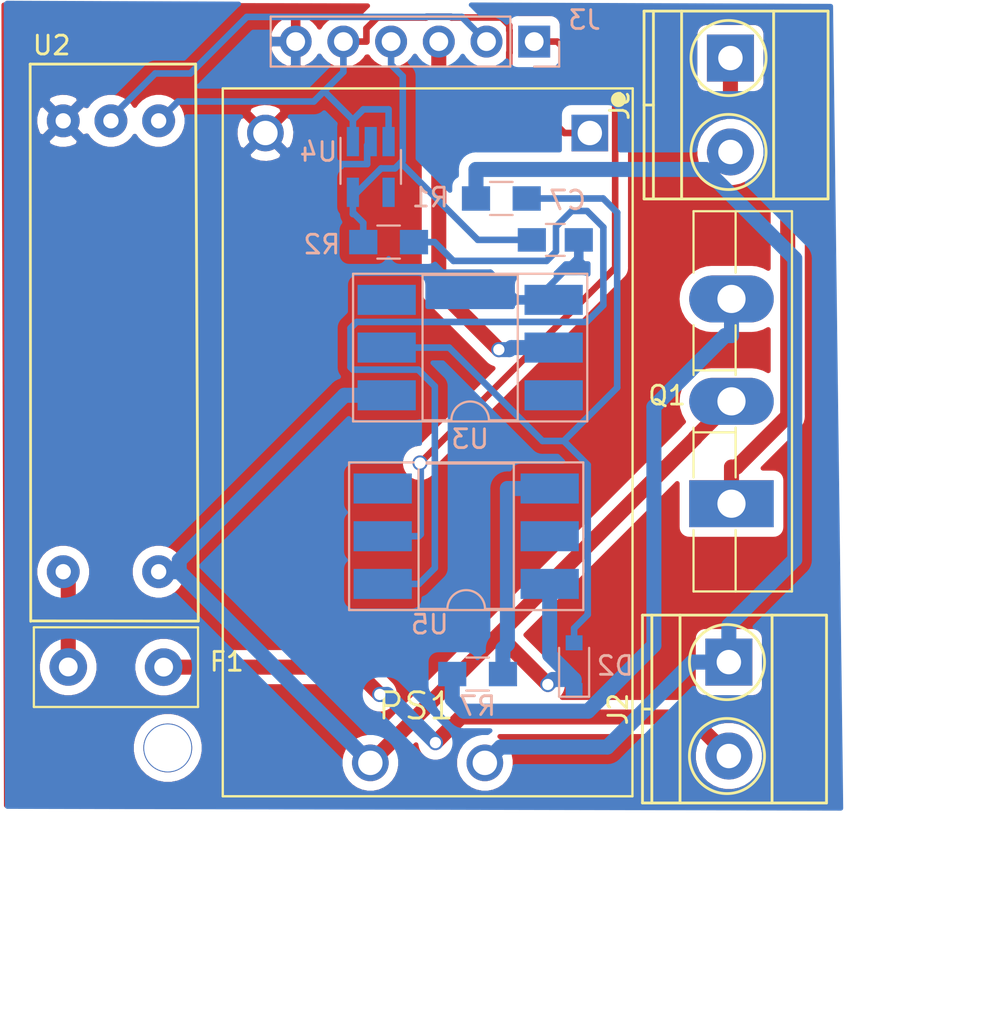
<source format=kicad_pcb>
(kicad_pcb (version 20171130) (host pcbnew 5.1.7-a382d34a8~88~ubuntu18.04.1)

  (general
    (thickness 1.6)
    (drawings 15)
    (tracks 175)
    (zones 0)
    (modules 16)
    (nets 21)
  )

  (page A4)
  (layers
    (0 F.Cu signal)
    (31 B.Cu signal)
    (32 B.Adhes user)
    (33 F.Adhes user)
    (34 B.Paste user)
    (35 F.Paste user)
    (36 B.SilkS user)
    (37 F.SilkS user)
    (38 B.Mask user)
    (39 F.Mask user)
    (40 Dwgs.User user)
    (41 Cmts.User user)
    (42 Eco1.User user)
    (43 Eco2.User user)
    (44 Edge.Cuts user)
    (45 Margin user)
    (46 B.CrtYd user)
    (47 F.CrtYd user)
    (48 B.Fab user)
    (49 F.Fab user)
  )

  (setup
    (last_trace_width 0.35)
    (trace_clearance 0.2)
    (zone_clearance 0.508)
    (zone_45_only no)
    (trace_min 0.2)
    (via_size 0.8)
    (via_drill 0.6)
    (via_min_size 0.4)
    (via_min_drill 0.3)
    (uvia_size 0.5)
    (uvia_drill 0.3)
    (uvias_allowed no)
    (uvia_min_size 0.2)
    (uvia_min_drill 0.1)
    (edge_width 0.1)
    (segment_width 0.2)
    (pcb_text_width 0.3)
    (pcb_text_size 1.5 1.5)
    (mod_edge_width 0.15)
    (mod_text_size 1 1)
    (mod_text_width 0.15)
    (pad_size 1.524 1.524)
    (pad_drill 0.762)
    (pad_to_mask_clearance 0)
    (aux_axis_origin 0 0)
    (visible_elements FFFFFF7F)
    (pcbplotparams
      (layerselection 0x331fc_ffffffff)
      (usegerberextensions true)
      (usegerberattributes false)
      (usegerberadvancedattributes false)
      (creategerberjobfile true)
      (excludeedgelayer true)
      (linewidth 0.100000)
      (plotframeref false)
      (viasonmask false)
      (mode 1)
      (useauxorigin false)
      (hpglpennumber 1)
      (hpglpenspeed 20)
      (hpglpendiameter 15.000000)
      (psnegative false)
      (psa4output false)
      (plotreference true)
      (plotvalue true)
      (plotinvisibletext false)
      (padsonsilk false)
      (subtractmaskfromsilk false)
      (outputformat 1)
      (mirror false)
      (drillshape 0)
      (scaleselection 1)
      (outputdirectory "Gerber_BackEnd_HeavyDevice_v3/"))
  )

  (net 0 "")
  (net 1 /5V)
  (net 2 /GND)
  (net 3 /3.3V)
  (net 4 /Mains_Live_In)
  (net 5 "Net-(D2-Pad2)")
  (net 6 /Mains_Neutral)
  (net 7 "Net-(F1-Pad2)")
  (net 8 /Opto_In)
  (net 9 /Energy_Sensor)
  (net 10 /DSW1)
  (net 11 /Out1)
  (net 12 "Net-(Q1-Pad3)")
  (net 13 "Net-(R2-Pad1)")
  (net 14 "Net-(R7-Pad2)")
  (net 15 /Mains_Live_Out)
  (net 16 "Net-(U3-Pad3)")
  (net 17 "Net-(U3-Pad6)")
  (net 18 "Net-(U4-Pad4)")
  (net 19 "Net-(U5-Pad3)")
  (net 20 "Net-(U5-Pad5)")

  (net_class Default "This is the default net class."
    (clearance 0.2)
    (trace_width 0.35)
    (via_dia 0.8)
    (via_drill 0.6)
    (uvia_dia 0.5)
    (uvia_drill 0.3)
    (diff_pair_width 0.3)
    (diff_pair_gap 0.25)
    (add_net /3.3V)
    (add_net /5V)
    (add_net /DSW1)
    (add_net /Energy_Sensor)
    (add_net /GND)
    (add_net "Net-(D2-Pad2)")
    (add_net "Net-(R2-Pad1)")
    (add_net "Net-(U3-Pad3)")
    (add_net "Net-(U3-Pad6)")
    (add_net "Net-(U4-Pad4)")
  )

  (net_class AC ""
    (clearance 0.3)
    (trace_width 0.8)
    (via_dia 0.8)
    (via_drill 0.6)
    (uvia_dia 0.5)
    (uvia_drill 0.3)
    (diff_pair_width 0.3)
    (diff_pair_gap 0.25)
    (add_net /Mains_Live_In)
    (add_net /Mains_Live_Out)
    (add_net /Mains_Neutral)
    (add_net /Opto_In)
    (add_net /Out1)
    (add_net "Net-(F1-Pad2)")
    (add_net "Net-(Q1-Pad3)")
    (add_net "Net-(R7-Pad2)")
    (add_net "Net-(U5-Pad3)")
    (add_net "Net-(U5-Pad5)")
  )

  (module Custom_Libraries:MountingHole_2.5mm (layer F.Cu) (tedit 60F9B4A0) (tstamp 61100003)
    (at 116.5 132.4)
    (descr "Mounting Hole 2.2mm, no annular, M2")
    (tags "mounting hole 2.2mm no annular m2")
    (fp_text reference M1 (at 0 -3.2) (layer F.SilkS) hide
      (effects (font (size 1 1) (thickness 0.15)))
    )
    (fp_text value MountingHole_2.1mm (at 0 3.2 unlocked) (layer F.Fab) hide
      (effects (font (size 1 1) (thickness 0.15)))
    )
    (fp_line (start -1.27 0) (end 1.27 0) (layer Dwgs.User) (width 0.05))
    (fp_line (start 0 1.27) (end 0 -1.27) (layer Dwgs.User) (width 0.05))
    (pad "" thru_hole circle (at 0 0) (size 2.6 2.6) (drill 2.5) (layers *.Cu *.Mask))
  )

  (module Diodes_SMD:D_0805 (layer B.Cu) (tedit 610BD9FD) (tstamp 5F797408)
    (at 138.136 128.074 90)
    (descr "Diode SMD in 0805 package http://datasheets.avx.com/schottky.pdf")
    (tags "smd diode")
    (path /5F6922E0)
    (attr smd)
    (fp_text reference D2 (at 0.04826 2.18948) (layer B.SilkS)
      (effects (font (size 1 1) (thickness 0.15)) (justify mirror))
    )
    (fp_text value IN14007 (at 0 -1.7 90) (layer B.Fab) hide
      (effects (font (size 1 1) (thickness 0.15)) (justify mirror))
    )
    (fp_line (start -1.6 0.8) (end -1.6 -0.8) (layer B.SilkS) (width 0.12))
    (fp_line (start -1.7 -0.88) (end -1.7 0.88) (layer B.CrtYd) (width 0.05))
    (fp_line (start 1.7 -0.88) (end -1.7 -0.88) (layer B.CrtYd) (width 0.05))
    (fp_line (start 1.7 0.88) (end 1.7 -0.88) (layer B.CrtYd) (width 0.05))
    (fp_line (start -1.7 0.88) (end 1.7 0.88) (layer B.CrtYd) (width 0.05))
    (fp_line (start 0.2 0) (end 0.4 0) (layer B.Fab) (width 0.1))
    (fp_line (start -0.1 0) (end -0.3 0) (layer B.Fab) (width 0.1))
    (fp_line (start -0.1 0.2) (end -0.1 -0.2) (layer B.Fab) (width 0.1))
    (fp_line (start 0.2 -0.2) (end 0.2 0.2) (layer B.Fab) (width 0.1))
    (fp_line (start -0.1 0) (end 0.2 -0.2) (layer B.Fab) (width 0.1))
    (fp_line (start 0.2 0.2) (end -0.1 0) (layer B.Fab) (width 0.1))
    (fp_line (start -1 -0.65) (end -1 0.65) (layer B.Fab) (width 0.1))
    (fp_line (start 1 -0.65) (end -1 -0.65) (layer B.Fab) (width 0.1))
    (fp_line (start 1 0.65) (end 1 -0.65) (layer B.Fab) (width 0.1))
    (fp_line (start -1 0.65) (end 1 0.65) (layer B.Fab) (width 0.1))
    (fp_line (start -1.6 -0.8) (end 1 -0.8) (layer B.SilkS) (width 0.12))
    (fp_line (start -1.6 0.8) (end 1 0.8) (layer B.SilkS) (width 0.12))
    (fp_text user %R (at 0 1.6 90) (layer B.Fab) hide
      (effects (font (size 1 1) (thickness 0.15)) (justify mirror))
    )
    (pad 1 smd rect (at -1.27 0 90) (size 0.8 0.9) (layers B.Cu B.Paste B.Mask)
      (net 15 /Mains_Live_Out))
    (pad 2 smd rect (at 1.27 0 90) (size 0.8 0.9) (layers B.Cu B.Paste B.Mask)
      (net 5 "Net-(D2-Pad2)"))
    (model ${KISYS3DMOD}/Diodes_SMD.3dshapes/D_0805.wrl
      (at (xyz 0 0 0))
      (scale (xyz 1 1 1))
      (rotate (xyz 0 0 0))
    )
  )

  (module Custom_Libraries:ACS712 (layer F.Cu) (tedit 610BD52E) (tstamp 5F79765C)
    (at 114.744 105.519 270)
    (path /5F6511EC)
    (fp_text reference U2 (at -10.5156 4.42722 180) (layer F.SilkS)
      (effects (font (size 1 1) (thickness 0.15)))
    )
    (fp_text value ACS712 (at 5.8 7.21 90) (layer F.Fab) hide
      (effects (font (size 1 1) (thickness 0.15)))
    )
    (fp_line (start -9.52 5.57) (end 20.14 5.54) (layer F.SilkS) (width 0.15))
    (fp_line (start 20.12 5.44) (end 20.13 -3.38) (layer F.SilkS) (width 0.15))
    (fp_line (start 20.13 -3.38) (end -9.52 -3.24) (layer F.SilkS) (width 0.15))
    (fp_line (start -9.52 -3.24) (end -9.52 5.57) (layer F.SilkS) (width 0.15))
    (pad 5 thru_hole circle (at -6.5 3.81 270) (size 1.75 1.75) (drill 0.8128) (layers *.Cu *.Mask)
      (net 2 /GND))
    (pad 3 thru_hole circle (at -6.5 -1.27 270) (size 1.75 1.75) (drill 0.8128) (layers *.Cu *.Mask)
      (net 1 /5V))
    (pad 4 thru_hole circle (at -6.5 1.27 270) (size 1.75 1.75) (drill 0.8128) (layers *.Cu *.Mask)
      (net 9 /Energy_Sensor))
    (pad 2 thru_hole circle (at 17.5 3.81 270) (size 1.75 1.75) (drill 0.8128) (layers *.Cu *.Mask)
      (net 7 "Net-(F1-Pad2)"))
    (pad 1 thru_hole circle (at 17.5 -1.27 270) (size 1.75 1.75) (drill 0.8128) (layers *.Cu *.Mask)
      (net 15 /Mains_Live_Out))
    (model Hall-Effect_Transducers_LEM.3dshapes/HX15_HallEffectCurrentTransducer.wrl
      (at (xyz 0 0 0))
      (scale (xyz 0.3937 0.3937 0.3937))
      (rotate (xyz 0 0 0))
    )
  )

  (module Custom_Libraries:277 (layer F.Cu) (tedit 60F85B08) (tstamp 60F858FD)
    (at 130.335 123.543 270)
    (path /60F8ACFB)
    (fp_text reference PS1 (at 6.62686 0.62484 180) (layer F.SilkS)
      (effects (font (size 1.4 1.4) (thickness 0.15)))
    )
    (fp_text value HLK-PM01 (at -2.1336 8.51662 90) (layer F.Fab) hide
      (effects (font (size 1.4 1.4) (thickness 0.15)))
    )
    (fp_line (start -26.25 10.906) (end -26.25 -10.922) (layer F.Fab) (width 0.127))
    (fp_line (start -26.25 -10.922) (end 11.43 -10.906) (layer F.Fab) (width 0.127))
    (fp_line (start 11.43 -10.906) (end 11.43 10.906) (layer F.Fab) (width 0.127))
    (fp_line (start 11.43 10.906) (end -26.25 10.906) (layer F.Fab) (width 0.127))
    (fp_line (start -26.25 10.906) (end -26.25 -10.922) (layer F.SilkS) (width 0.127))
    (fp_line (start -26.25 -10.922) (end 11.43 -10.906) (layer F.SilkS) (width 0.127))
    (fp_line (start 11.43 -10.906) (end 11.43 10.906) (layer F.SilkS) (width 0.127))
    (fp_line (start 11.43 10.906) (end -26.25 10.906) (layer F.SilkS) (width 0.127))
    (fp_line (start -26.5 11.176) (end -26.5 -11.176) (layer F.CrtYd) (width 0.05))
    (fp_line (start -26.5 -11.176) (end 11.684 -11.156) (layer F.CrtYd) (width 0.05))
    (fp_line (start 11.684 -11.156) (end 11.684 11.156) (layer F.CrtYd) (width 0.05))
    (fp_line (start 11.684 11.176) (end -26.5 11.156) (layer F.CrtYd) (width 0.05))
    (fp_circle (center -25.654 -10.16) (end -25.454 -10.16) (layer F.SilkS) (width 0.4))
    (fp_circle (center -25.654 -10.16) (end -25.454 -10.16) (layer F.Fab) (width 0.4))
    (pad 1 thru_hole circle (at 9.652 -3.048 270) (size 1.95 1.95) (drill 1.3) (layers *.Cu *.Mask)
      (net 6 /Mains_Neutral))
    (pad 4 thru_hole circle (at -23.876 8.636 270) (size 1.95 1.95) (drill 1.3) (layers *.Cu *.Mask)
      (net 2 /GND))
    (pad 2 thru_hole circle (at 9.652 3.048 270) (size 1.95 1.95) (drill 1.3) (layers *.Cu *.Mask)
      (net 15 /Mains_Live_Out))
    (pad 5 thru_hole rect (at -23.876 -8.636 270) (size 1.95 1.95) (drill 1.3) (layers *.Cu *.Mask)
      (net 1 /5V))
  )

  (module Capacitors_SMD:C_0805_HandSoldering (layer B.Cu) (tedit 58AA84A8) (tstamp 5F7973C1)
    (at 137.134 105.357 180)
    (descr "Capacitor SMD 0805, hand soldering")
    (tags "capacitor 0805")
    (path /5FB031C3)
    (attr smd)
    (fp_text reference C7 (at -0.65592 2.11108) (layer B.SilkS)
      (effects (font (size 1 1) (thickness 0.15)) (justify mirror))
    )
    (fp_text value 2.2uf (at 0 -1.75) (layer B.Fab) hide
      (effects (font (size 1 1) (thickness 0.15)) (justify mirror))
    )
    (fp_line (start 2.25 -0.87) (end -2.25 -0.87) (layer B.CrtYd) (width 0.05))
    (fp_line (start 2.25 -0.87) (end 2.25 0.88) (layer B.CrtYd) (width 0.05))
    (fp_line (start -2.25 0.88) (end -2.25 -0.87) (layer B.CrtYd) (width 0.05))
    (fp_line (start -2.25 0.88) (end 2.25 0.88) (layer B.CrtYd) (width 0.05))
    (fp_line (start -0.5 -0.85) (end 0.5 -0.85) (layer B.SilkS) (width 0.12))
    (fp_line (start 0.5 0.85) (end -0.5 0.85) (layer B.SilkS) (width 0.12))
    (fp_line (start -1 0.62) (end 1 0.62) (layer B.Fab) (width 0.1))
    (fp_line (start 1 0.62) (end 1 -0.62) (layer B.Fab) (width 0.1))
    (fp_line (start 1 -0.62) (end -1 -0.62) (layer B.Fab) (width 0.1))
    (fp_line (start -1 -0.62) (end -1 0.62) (layer B.Fab) (width 0.1))
    (fp_text user %R (at 0 1.75) (layer B.Fab) hide
      (effects (font (size 1 1) (thickness 0.15)) (justify mirror))
    )
    (pad 2 smd rect (at 1.25 0 180) (size 1.5 1.25) (layers B.Cu B.Paste B.Mask)
      (net 3 /3.3V))
    (pad 1 smd rect (at -1.25 0 180) (size 1.5 1.25) (layers B.Cu B.Paste B.Mask)
      (net 2 /GND))
    (model Capacitors_SMD.3dshapes/C_0805.wrl
      (at (xyz 0 0 0))
      (scale (xyz 1 1 1))
      (rotate (xyz 0 0 0))
    )
  )

  (module Fuse_Holders_and_Fuses:Fuse_TE5_Littlefuse-395Series (layer F.Cu) (tedit 5880C2E0) (tstamp 5F7974DA)
    (at 116.2812 128.09982 180)
    (descr "Fuse, TE5, Littlefuse/Wickmann, No. 460, No560,")
    (tags "Fuse TE5 Littlefuse/Wickmann No. 460 No560 ")
    (path /5F656F09)
    (fp_text reference F1 (at -3.36042 0.28956) (layer F.SilkS)
      (effects (font (size 1 1) (thickness 0.15)))
    )
    (fp_text value Fuse_Small (at 2.35 3.1) (layer F.Fab) hide
      (effects (font (size 1 1) (thickness 0.15)))
    )
    (fp_line (start 6.91 2.12) (end -1.83 2.12) (layer F.SilkS) (width 0.12))
    (fp_line (start 6.91 2.12) (end 6.91 -2.12) (layer F.SilkS) (width 0.12))
    (fp_line (start -1.83 -2.12) (end -1.83 2.12) (layer F.SilkS) (width 0.12))
    (fp_line (start -1.83 -2.12) (end 6.91 -2.12) (layer F.SilkS) (width 0.12))
    (fp_line (start 7.04 2.25) (end -1.96 2.25) (layer F.CrtYd) (width 0.05))
    (fp_line (start 7.04 2.25) (end 7.04 -2.25) (layer F.CrtYd) (width 0.05))
    (fp_line (start -1.96 -2.25) (end -1.96 2.25) (layer F.CrtYd) (width 0.05))
    (fp_line (start -1.96 -2.25) (end 7.04 -2.25) (layer F.CrtYd) (width 0.05))
    (fp_line (start -1.71 -2) (end -1.71 2) (layer F.Fab) (width 0.1))
    (fp_line (start 6.79 -2) (end -1.71 -2) (layer F.Fab) (width 0.1))
    (fp_line (start 6.79 2) (end 6.79 -2) (layer F.Fab) (width 0.1))
    (fp_line (start -1.71 2) (end 6.79 2) (layer F.Fab) (width 0.1))
    (pad 2 thru_hole circle (at 5.08 0.01 180) (size 2 2) (drill 1) (layers *.Cu *.Mask)
      (net 7 "Net-(F1-Pad2)"))
    (pad 1 thru_hole circle (at 0 0 180) (size 2 2) (drill 1) (layers *.Cu *.Mask)
      (net 4 /Mains_Live_In))
  )

  (module TerminalBlocks_Phoenix:TerminalBlock_Phoenix_MKDS1.5-2pol (layer F.Cu) (tedit 59FF0755) (tstamp 5F797513)
    (at 146.375 127.831 270)
    (descr "2-way 5mm pitch terminal block, Phoenix MKDS series")
    (path /5F66980C)
    (fp_text reference J2 (at 2.5 5.9 90) (layer F.SilkS)
      (effects (font (size 1 1) (thickness 0.15)))
    )
    (fp_text value Screw_Terminal_01x02 (at 2.5 -6.6 90) (layer F.Fab) hide
      (effects (font (size 1 1) (thickness 0.15)))
    )
    (fp_circle (center 0 0.1) (end 2 0.1) (layer F.SilkS) (width 0.15))
    (fp_circle (center 5 0.1) (end 3 0.1) (layer F.SilkS) (width 0.15))
    (fp_line (start -2.5 -5.2) (end -2.5 4.6) (layer F.SilkS) (width 0.15))
    (fp_line (start 7.5 -5.2) (end -2.5 -5.2) (layer F.SilkS) (width 0.15))
    (fp_line (start 7.5 4.6) (end 7.5 -5.2) (layer F.SilkS) (width 0.15))
    (fp_line (start -2.5 4.6) (end 7.5 4.6) (layer F.SilkS) (width 0.15))
    (fp_line (start -2.5 4.1) (end 7.5 4.1) (layer F.SilkS) (width 0.15))
    (fp_line (start -2.5 -2.3) (end 7.5 -2.3) (layer F.SilkS) (width 0.15))
    (fp_line (start -2.5 2.6) (end 7.5 2.6) (layer F.SilkS) (width 0.15))
    (fp_line (start 2.5 4.1) (end 2.5 4.6) (layer F.SilkS) (width 0.15))
    (fp_line (start 7.7 -5.4) (end 7.7 4.8) (layer F.CrtYd) (width 0.05))
    (fp_line (start 7.7 4.8) (end -2.7 4.8) (layer F.CrtYd) (width 0.05))
    (fp_line (start -2.7 4.8) (end -2.7 -5.4) (layer F.CrtYd) (width 0.05))
    (fp_line (start -2.7 -5.4) (end 7.7 -5.4) (layer F.CrtYd) (width 0.05))
    (fp_text user %R (at 2.5 0 90) (layer F.Fab) hide
      (effects (font (size 1 1) (thickness 0.15)))
    )
    (pad 2 thru_hole circle (at 5 0 270) (size 2.5 2.5) (drill 1.3) (layers *.Cu *.Mask)
      (net 4 /Mains_Live_In))
    (pad 1 thru_hole rect (at 0 0 270) (size 2.5 2.5) (drill 1.3) (layers *.Cu *.Mask)
      (net 6 /Mains_Neutral))
    (model ${KISYS3DMOD}/TerminalBlock_Phoenix.3dshapes/TerminalBlock_Phoenix_MKDS1.5-2pol.wrl
      (offset (xyz 2.499359962463379 0 0))
      (scale (xyz 1 1 1))
      (rotate (xyz 0 0 0))
    )
  )

  (module TerminalBlocks_Phoenix:TerminalBlock_Phoenix_MKDS1.5-2pol (layer F.Cu) (tedit 59FF0755) (tstamp 5F797543)
    (at 146.459 95.6767 270)
    (descr "2-way 5mm pitch terminal block, Phoenix MKDS series")
    (path /5F97D0BF)
    (fp_text reference Je (at 2.5 5.9 90) (layer F.SilkS)
      (effects (font (size 1 1) (thickness 0.15)))
    )
    (fp_text value Screw_Terminal_01x02 (at 2.5 -6.6 90) (layer F.Fab) hide
      (effects (font (size 1 1) (thickness 0.15)))
    )
    (fp_line (start -2.7 -5.4) (end 7.7 -5.4) (layer F.CrtYd) (width 0.05))
    (fp_line (start -2.7 4.8) (end -2.7 -5.4) (layer F.CrtYd) (width 0.05))
    (fp_line (start 7.7 4.8) (end -2.7 4.8) (layer F.CrtYd) (width 0.05))
    (fp_line (start 7.7 -5.4) (end 7.7 4.8) (layer F.CrtYd) (width 0.05))
    (fp_line (start 2.5 4.1) (end 2.5 4.6) (layer F.SilkS) (width 0.15))
    (fp_line (start -2.5 2.6) (end 7.5 2.6) (layer F.SilkS) (width 0.15))
    (fp_line (start -2.5 -2.3) (end 7.5 -2.3) (layer F.SilkS) (width 0.15))
    (fp_line (start -2.5 4.1) (end 7.5 4.1) (layer F.SilkS) (width 0.15))
    (fp_line (start -2.5 4.6) (end 7.5 4.6) (layer F.SilkS) (width 0.15))
    (fp_line (start 7.5 4.6) (end 7.5 -5.2) (layer F.SilkS) (width 0.15))
    (fp_line (start 7.5 -5.2) (end -2.5 -5.2) (layer F.SilkS) (width 0.15))
    (fp_line (start -2.5 -5.2) (end -2.5 4.6) (layer F.SilkS) (width 0.15))
    (fp_circle (center 5 0.1) (end 3 0.1) (layer F.SilkS) (width 0.15))
    (fp_circle (center 0 0.1) (end 2 0.1) (layer F.SilkS) (width 0.15))
    (fp_text user %R (at 2.5 0 90) (layer F.Fab) hide
      (effects (font (size 1 1) (thickness 0.15)))
    )
    (pad 1 thru_hole rect (at 0 0 270) (size 2.5 2.5) (drill 1.3) (layers *.Cu *.Mask)
      (net 11 /Out1))
    (pad 2 thru_hole circle (at 5 0 270) (size 2.5 2.5) (drill 1.3) (layers *.Cu *.Mask)
      (net 6 /Mains_Neutral))
    (model ${KISYS3DMOD}/TerminalBlock_Phoenix.3dshapes/TerminalBlock_Phoenix_MKDS1.5-2pol.wrl
      (offset (xyz 2.499359962463379 0 0))
      (scale (xyz 1 1 1))
      (rotate (xyz 0 0 0))
    )
  )

  (module Custom_Libraries:GN27120BN (layer F.Cu) (tedit 58CE52AE) (tstamp 5F797563)
    (at 146.515 119.4 90)
    (descr "TO-264, Vertical, RM 5.45mm")
    (tags "TO-264 Vertical RM 5.45mm")
    (path /5F77F666)
    (fp_text reference Q1 (at 5.76072 -3.429 180) (layer F.SilkS)
      (effects (font (size 1 1) (thickness 0.15)))
    )
    (fp_text value BT136-500 (at 5.45 6.47 90) (layer F.Fab) hide
      (effects (font (size 1 1) (thickness 0.15)))
    )
    (fp_line (start -4.55 -1.9) (end -4.55 3.1) (layer F.Fab) (width 0.1))
    (fp_line (start -4.55 3.1) (end 15.45 3.1) (layer F.Fab) (width 0.1))
    (fp_line (start 15.45 3.1) (end 15.45 -1.9) (layer F.Fab) (width 0.1))
    (fp_line (start 15.45 -1.9) (end -4.55 -1.9) (layer F.Fab) (width 0.1))
    (fp_line (start -4.55 0.1) (end 15.45 0.1) (layer F.Fab) (width 0.1))
    (fp_line (start 3.8 -1.9) (end 3.8 0.1) (layer F.Fab) (width 0.1))
    (fp_line (start 7.1 -1.9) (end 7.1 0.1) (layer F.Fab) (width 0.1))
    (fp_line (start -4.67 -2.021) (end -1.4 -2.021) (layer F.SilkS) (width 0.12))
    (fp_line (start 1.4 -2.021) (end 4.051 -2.021) (layer F.SilkS) (width 0.12))
    (fp_line (start 6.85 -2.021) (end 9.5 -2.021) (layer F.SilkS) (width 0.12))
    (fp_line (start 12.3 -2.021) (end 15.57 -2.021) (layer F.SilkS) (width 0.12))
    (fp_line (start -4.67 3.22) (end 15.57 3.22) (layer F.SilkS) (width 0.12))
    (fp_line (start -4.67 -2.021) (end -4.67 3.22) (layer F.SilkS) (width 0.12))
    (fp_line (start 15.57 -2.021) (end 15.57 3.22) (layer F.SilkS) (width 0.12))
    (fp_line (start -4.67 0.22) (end -1.4 0.22) (layer F.SilkS) (width 0.12))
    (fp_line (start 1.4 0.22) (end 4.051 0.22) (layer F.SilkS) (width 0.12))
    (fp_line (start 6.85 0.22) (end 9.5 0.22) (layer F.SilkS) (width 0.12))
    (fp_line (start 12.3 0.22) (end 15.57 0.22) (layer F.SilkS) (width 0.12))
    (fp_line (start 3.8 -2.021) (end 3.8 0.22) (layer F.SilkS) (width 0.12))
    (fp_line (start 7.1 -2.021) (end 7.1 0.22) (layer F.SilkS) (width 0.12))
    (fp_line (start -4.8 -2.5) (end -4.8 3.35) (layer F.CrtYd) (width 0.05))
    (fp_line (start -4.8 3.35) (end 15.7 3.35) (layer F.CrtYd) (width 0.05))
    (fp_line (start 15.7 3.35) (end 15.7 -2.5) (layer F.CrtYd) (width 0.05))
    (fp_line (start 15.7 -2.5) (end -4.8 -2.5) (layer F.CrtYd) (width 0.05))
    (fp_text user %R (at 5.45 -3.02 90) (layer F.Fab) hide
      (effects (font (size 1 1) (thickness 0.15)))
    )
    (pad 3 thru_hole oval (at 10.9 0 90) (size 2.5 4.5) (drill 1.5) (layers *.Cu *.Mask)
      (net 12 "Net-(Q1-Pad3)"))
    (pad 2 thru_hole oval (at 5.45 0 90) (size 2.5 4.5) (drill 1.5) (layers *.Cu *.Mask)
      (net 15 /Mains_Live_Out))
    (pad 1 thru_hole rect (at 0 0 90) (size 2.5 4.5) (drill 1.5) (layers *.Cu *.Mask)
      (net 11 /Out1))
    (model ${KISYS3DMOD}/TO_SOT_Packages_THT.3dshapes/TO-264_Vertical.wrl
      (at (xyz 0 0 0))
      (scale (xyz 0.393701 0.393701 0.393701))
      (rotate (xyz 0 0 0))
    )
  )

  (module Resistors_SMD:R_0805_HandSoldering (layer B.Cu) (tedit 58E0A804) (tstamp 5F797587)
    (at 134.261 103.152 180)
    (descr "Resistor SMD 0805, hand soldering")
    (tags "resistor 0805")
    (path /5F6968FD)
    (attr smd)
    (fp_text reference R1 (at 3.78374 0.0534) (layer B.SilkS)
      (effects (font (size 1 1) (thickness 0.15)) (justify mirror))
    )
    (fp_text value 220K (at 0 -1.75) (layer B.Fab) hide
      (effects (font (size 1 1) (thickness 0.15)) (justify mirror))
    )
    (fp_line (start -1 -0.62) (end -1 0.62) (layer B.Fab) (width 0.1))
    (fp_line (start 1 -0.62) (end -1 -0.62) (layer B.Fab) (width 0.1))
    (fp_line (start 1 0.62) (end 1 -0.62) (layer B.Fab) (width 0.1))
    (fp_line (start -1 0.62) (end 1 0.62) (layer B.Fab) (width 0.1))
    (fp_line (start 0.6 -0.88) (end -0.6 -0.88) (layer B.SilkS) (width 0.12))
    (fp_line (start -0.6 0.88) (end 0.6 0.88) (layer B.SilkS) (width 0.12))
    (fp_line (start -2.35 0.9) (end 2.35 0.9) (layer B.CrtYd) (width 0.05))
    (fp_line (start -2.35 0.9) (end -2.35 -0.9) (layer B.CrtYd) (width 0.05))
    (fp_line (start 2.35 -0.9) (end 2.35 0.9) (layer B.CrtYd) (width 0.05))
    (fp_line (start 2.35 -0.9) (end -2.35 -0.9) (layer B.CrtYd) (width 0.05))
    (fp_text user %R (at 0 0) (layer B.Fab) hide
      (effects (font (size 0.5 0.5) (thickness 0.075)) (justify mirror))
    )
    (pad 1 smd rect (at -1.35 0 180) (size 1.5 1.3) (layers B.Cu B.Paste B.Mask)
      (net 5 "Net-(D2-Pad2)"))
    (pad 2 smd rect (at 1.35 0 180) (size 1.5 1.3) (layers B.Cu B.Paste B.Mask)
      (net 6 /Mains_Neutral))
    (model ${KISYS3DMOD}/Resistors_SMD.3dshapes/R_0805.wrl
      (at (xyz 0 0 0))
      (scale (xyz 1 1 1))
      (rotate (xyz 0 0 0))
    )
  )

  (module Resistors_SMD:R_0805_HandSoldering (layer B.Cu) (tedit 58E0A804) (tstamp 5F797598)
    (at 128.259 105.474 180)
    (descr "Resistor SMD 0805, hand soldering")
    (tags "resistor 0805")
    (path /5F76C623)
    (attr smd)
    (fp_text reference R2 (at 3.5577 -0.1265) (layer B.SilkS)
      (effects (font (size 1 1) (thickness 0.15)) (justify mirror))
    )
    (fp_text value 100E (at 0 -1.75) (layer B.Fab) hide
      (effects (font (size 1 1) (thickness 0.15)) (justify mirror))
    )
    (fp_line (start 2.35 -0.9) (end -2.35 -0.9) (layer B.CrtYd) (width 0.05))
    (fp_line (start 2.35 -0.9) (end 2.35 0.9) (layer B.CrtYd) (width 0.05))
    (fp_line (start -2.35 0.9) (end -2.35 -0.9) (layer B.CrtYd) (width 0.05))
    (fp_line (start -2.35 0.9) (end 2.35 0.9) (layer B.CrtYd) (width 0.05))
    (fp_line (start -0.6 0.88) (end 0.6 0.88) (layer B.SilkS) (width 0.12))
    (fp_line (start 0.6 -0.88) (end -0.6 -0.88) (layer B.SilkS) (width 0.12))
    (fp_line (start -1 0.62) (end 1 0.62) (layer B.Fab) (width 0.1))
    (fp_line (start 1 0.62) (end 1 -0.62) (layer B.Fab) (width 0.1))
    (fp_line (start 1 -0.62) (end -1 -0.62) (layer B.Fab) (width 0.1))
    (fp_line (start -1 -0.62) (end -1 0.62) (layer B.Fab) (width 0.1))
    (fp_text user %R (at 0 0) (layer B.Fab) hide
      (effects (font (size 0.5 0.5) (thickness 0.075)) (justify mirror))
    )
    (pad 2 smd rect (at 1.35 0 180) (size 1.5 1.3) (layers B.Cu B.Paste B.Mask)
      (net 3 /3.3V))
    (pad 1 smd rect (at -1.35 0 180) (size 1.5 1.3) (layers B.Cu B.Paste B.Mask)
      (net 13 "Net-(R2-Pad1)"))
    (model ${KISYS3DMOD}/Resistors_SMD.3dshapes/R_0805.wrl
      (at (xyz 0 0 0))
      (scale (xyz 1 1 1))
      (rotate (xyz 0 0 0))
    )
  )

  (module Resistors_SMD:R_0805_HandSoldering (layer B.Cu) (tedit 58E0A804) (tstamp 5F7975ED)
    (at 132.996 128.468)
    (descr "Resistor SMD 0805, hand soldering")
    (tags "resistor 0805")
    (path /5F787825)
    (attr smd)
    (fp_text reference R7 (at 0 1.7) (layer B.SilkS)
      (effects (font (size 1 1) (thickness 0.15)) (justify mirror))
    )
    (fp_text value 470E (at 0 -1.75) (layer B.Fab) hide
      (effects (font (size 1 1) (thickness 0.15)) (justify mirror))
    )
    (fp_line (start -1 -0.62) (end -1 0.62) (layer B.Fab) (width 0.1))
    (fp_line (start 1 -0.62) (end -1 -0.62) (layer B.Fab) (width 0.1))
    (fp_line (start 1 0.62) (end 1 -0.62) (layer B.Fab) (width 0.1))
    (fp_line (start -1 0.62) (end 1 0.62) (layer B.Fab) (width 0.1))
    (fp_line (start 0.6 -0.88) (end -0.6 -0.88) (layer B.SilkS) (width 0.12))
    (fp_line (start -0.6 0.88) (end 0.6 0.88) (layer B.SilkS) (width 0.12))
    (fp_line (start -2.35 0.9) (end 2.35 0.9) (layer B.CrtYd) (width 0.05))
    (fp_line (start -2.35 0.9) (end -2.35 -0.9) (layer B.CrtYd) (width 0.05))
    (fp_line (start 2.35 -0.9) (end 2.35 0.9) (layer B.CrtYd) (width 0.05))
    (fp_line (start 2.35 -0.9) (end -2.35 -0.9) (layer B.CrtYd) (width 0.05))
    (fp_text user %R (at 0 0) (layer B.Fab) hide
      (effects (font (size 0.5 0.5) (thickness 0.075)) (justify mirror))
    )
    (pad 1 smd rect (at -1.35 0) (size 1.5 1.3) (layers B.Cu B.Paste B.Mask)
      (net 12 "Net-(Q1-Pad3)"))
    (pad 2 smd rect (at 1.35 0) (size 1.5 1.3) (layers B.Cu B.Paste B.Mask)
      (net 14 "Net-(R7-Pad2)"))
    (model ${KISYS3DMOD}/Resistors_SMD.3dshapes/R_0805.wrl
      (at (xyz 0 0 0))
      (scale (xyz 1 1 1))
      (rotate (xyz 0 0 0))
    )
  )

  (module Housings_DIP:DIP-6_W8.89mm_SMDSocket_LongPads (layer B.Cu) (tedit 59C78D6B) (tstamp 5F79767E)
    (at 132.601 111.089)
    (descr "6-lead though-hole mounted DIP package, row spacing 8.89 mm (350 mils), SMDSocket, LongPads")
    (tags "THT DIP DIL PDIP 2.54mm 8.89mm 350mil SMDSocket LongPads")
    (path /5F6907F0)
    (attr smd)
    (fp_text reference U3 (at 0 4.87) (layer B.SilkS)
      (effects (font (size 1 1) (thickness 0.15)) (justify mirror))
    )
    (fp_text value 4N35 (at 0 -4.87) (layer B.Fab) hide
      (effects (font (size 1 1) (thickness 0.15)) (justify mirror))
    )
    (fp_line (start -2.175 3.81) (end 3.175 3.81) (layer B.Fab) (width 0.1))
    (fp_line (start 3.175 3.81) (end 3.175 -3.81) (layer B.Fab) (width 0.1))
    (fp_line (start 3.175 -3.81) (end -3.175 -3.81) (layer B.Fab) (width 0.1))
    (fp_line (start -3.175 -3.81) (end -3.175 2.81) (layer B.Fab) (width 0.1))
    (fp_line (start -3.175 2.81) (end -2.175 3.81) (layer B.Fab) (width 0.1))
    (fp_line (start -5.08 3.87) (end -5.08 -3.87) (layer B.Fab) (width 0.1))
    (fp_line (start -5.08 -3.87) (end 5.08 -3.87) (layer B.Fab) (width 0.1))
    (fp_line (start 5.08 -3.87) (end 5.08 3.87) (layer B.Fab) (width 0.1))
    (fp_line (start 5.08 3.87) (end -5.08 3.87) (layer B.Fab) (width 0.1))
    (fp_line (start -1 3.87) (end -2.535 3.87) (layer B.SilkS) (width 0.12))
    (fp_line (start -2.535 3.87) (end -2.535 -3.87) (layer B.SilkS) (width 0.12))
    (fp_line (start -2.535 -3.87) (end 2.535 -3.87) (layer B.SilkS) (width 0.12))
    (fp_line (start 2.535 -3.87) (end 2.535 3.87) (layer B.SilkS) (width 0.12))
    (fp_line (start 2.535 3.87) (end 1 3.87) (layer B.SilkS) (width 0.12))
    (fp_line (start -6.235 3.93) (end -6.235 -3.93) (layer B.SilkS) (width 0.12))
    (fp_line (start -6.235 -3.93) (end 6.235 -3.93) (layer B.SilkS) (width 0.12))
    (fp_line (start 6.235 -3.93) (end 6.235 3.93) (layer B.SilkS) (width 0.12))
    (fp_line (start 6.235 3.93) (end -6.235 3.93) (layer B.SilkS) (width 0.12))
    (fp_line (start -6.25 4.15) (end -6.25 -4.15) (layer B.CrtYd) (width 0.05))
    (fp_line (start -6.25 -4.15) (end 6.25 -4.15) (layer B.CrtYd) (width 0.05))
    (fp_line (start 6.25 -4.15) (end 6.25 4.15) (layer B.CrtYd) (width 0.05))
    (fp_line (start 6.25 4.15) (end -6.25 4.15) (layer B.CrtYd) (width 0.05))
    (fp_arc (start 0 3.87) (end -1 3.87) (angle 180) (layer B.SilkS) (width 0.12))
    (fp_text user %R (at 0 0) (layer B.Fab) hide
      (effects (font (size 1 1) (thickness 0.15)) (justify mirror))
    )
    (pad 1 smd rect (at -4.445 2.54) (size 3.1 1.6) (layers B.Cu B.Paste B.Mask)
      (net 15 /Mains_Live_Out))
    (pad 4 smd rect (at 4.445 -2.54) (size 3.1 1.6) (layers B.Cu B.Paste B.Mask)
      (net 2 /GND))
    (pad 2 smd rect (at -4.445 0) (size 3.1 1.6) (layers B.Cu B.Paste B.Mask)
      (net 5 "Net-(D2-Pad2)"))
    (pad 5 smd rect (at 4.445 0) (size 3.1 1.6) (layers B.Cu B.Paste B.Mask)
      (net 8 /Opto_In))
    (pad 3 smd rect (at -4.445 -2.54) (size 3.1 1.6) (layers B.Cu B.Paste B.Mask)
      (net 16 "Net-(U3-Pad3)"))
    (pad 6 smd rect (at 4.445 2.54) (size 3.1 1.6) (layers B.Cu B.Paste B.Mask)
      (net 17 "Net-(U3-Pad6)"))
    (model ${KISYS3DMOD}/Housings_DIP.3dshapes/DIP-6_W8.89mm_SMDSocket.wrl
      (at (xyz 0 0 0))
      (scale (xyz 1 1 1))
      (rotate (xyz 0 0 0))
    )
  )

  (module TO_SOT_Packages_SMD:SOT-23-5_HandSoldering (layer B.Cu) (tedit 58CE4E7E) (tstamp 5F797693)
    (at 127.307 101.474 270)
    (descr "5-pin SOT23 package")
    (tags "SOT-23-5 hand-soldering")
    (path /5F678A39)
    (attr smd)
    (fp_text reference U4 (at -0.80364 2.78096 180) (layer B.SilkS)
      (effects (font (size 1 1) (thickness 0.15)) (justify mirror))
    )
    (fp_text value AP2112K-3.3 (at 0 -2.9 90) (layer B.Fab) hide
      (effects (font (size 1 1) (thickness 0.15)) (justify mirror))
    )
    (fp_line (start 2.38 -1.8) (end -2.38 -1.8) (layer B.CrtYd) (width 0.05))
    (fp_line (start 2.38 -1.8) (end 2.38 1.8) (layer B.CrtYd) (width 0.05))
    (fp_line (start -2.38 1.8) (end -2.38 -1.8) (layer B.CrtYd) (width 0.05))
    (fp_line (start -2.38 1.8) (end 2.38 1.8) (layer B.CrtYd) (width 0.05))
    (fp_line (start 0.9 1.55) (end 0.9 -1.55) (layer B.Fab) (width 0.1))
    (fp_line (start 0.9 -1.55) (end -0.9 -1.55) (layer B.Fab) (width 0.1))
    (fp_line (start -0.9 0.9) (end -0.9 -1.55) (layer B.Fab) (width 0.1))
    (fp_line (start 0.9 1.55) (end -0.25 1.55) (layer B.Fab) (width 0.1))
    (fp_line (start -0.9 0.9) (end -0.25 1.55) (layer B.Fab) (width 0.1))
    (fp_line (start 0.9 1.61) (end -1.55 1.61) (layer B.SilkS) (width 0.12))
    (fp_line (start -0.9 -1.61) (end 0.9 -1.61) (layer B.SilkS) (width 0.12))
    (fp_text user %R (at 0 0 180) (layer B.Fab) hide
      (effects (font (size 0.5 0.5) (thickness 0.075)) (justify mirror))
    )
    (pad 5 smd rect (at 1.35 0.95 270) (size 1.56 0.65) (layers B.Cu B.Paste B.Mask)
      (net 3 /3.3V))
    (pad 4 smd rect (at 1.35 -0.95 270) (size 1.56 0.65) (layers B.Cu B.Paste B.Mask)
      (net 18 "Net-(U4-Pad4)"))
    (pad 3 smd rect (at -1.35 -0.95 270) (size 1.56 0.65) (layers B.Cu B.Paste B.Mask)
      (net 1 /5V))
    (pad 2 smd rect (at -1.35 0 270) (size 1.56 0.65) (layers B.Cu B.Paste B.Mask)
      (net 2 /GND))
    (pad 1 smd rect (at -1.35 0.95 270) (size 1.56 0.65) (layers B.Cu B.Paste B.Mask)
      (net 1 /5V))
    (model ${KISYS3DMOD}/TO_SOT_Packages_SMD.3dshapes\SOT-23-5.wrl
      (at (xyz 0 0 0))
      (scale (xyz 1 1 1))
      (rotate (xyz 0 0 0))
    )
  )

  (module Housings_DIP:DIP-6_W8.89mm_SMDSocket_LongPads (layer B.Cu) (tedit 59C78D6B) (tstamp 5F7976B5)
    (at 132.39 121.13)
    (descr "6-lead though-hole mounted DIP package, row spacing 8.89 mm (350 mils), SMDSocket, LongPads")
    (tags "THT DIP DIL PDIP 2.54mm 8.89mm 350mil SMDSocket LongPads")
    (path /5F759D7C)
    (attr smd)
    (fp_text reference U5 (at -1.94068 4.69906) (layer B.SilkS)
      (effects (font (size 1 1) (thickness 0.15)) (justify mirror))
    )
    (fp_text value MOC3021 (at 0 -4.87) (layer B.Fab) hide
      (effects (font (size 1 1) (thickness 0.15)) (justify mirror))
    )
    (fp_line (start 6.25 4.15) (end -6.25 4.15) (layer B.CrtYd) (width 0.05))
    (fp_line (start 6.25 -4.15) (end 6.25 4.15) (layer B.CrtYd) (width 0.05))
    (fp_line (start -6.25 -4.15) (end 6.25 -4.15) (layer B.CrtYd) (width 0.05))
    (fp_line (start -6.25 4.15) (end -6.25 -4.15) (layer B.CrtYd) (width 0.05))
    (fp_line (start 6.235 3.93) (end -6.235 3.93) (layer B.SilkS) (width 0.12))
    (fp_line (start 6.235 -3.93) (end 6.235 3.93) (layer B.SilkS) (width 0.12))
    (fp_line (start -6.235 -3.93) (end 6.235 -3.93) (layer B.SilkS) (width 0.12))
    (fp_line (start -6.235 3.93) (end -6.235 -3.93) (layer B.SilkS) (width 0.12))
    (fp_line (start 2.535 3.87) (end 1 3.87) (layer B.SilkS) (width 0.12))
    (fp_line (start 2.535 -3.87) (end 2.535 3.87) (layer B.SilkS) (width 0.12))
    (fp_line (start -2.535 -3.87) (end 2.535 -3.87) (layer B.SilkS) (width 0.12))
    (fp_line (start -2.535 3.87) (end -2.535 -3.87) (layer B.SilkS) (width 0.12))
    (fp_line (start -1 3.87) (end -2.535 3.87) (layer B.SilkS) (width 0.12))
    (fp_line (start 5.08 3.87) (end -5.08 3.87) (layer B.Fab) (width 0.1))
    (fp_line (start 5.08 -3.87) (end 5.08 3.87) (layer B.Fab) (width 0.1))
    (fp_line (start -5.08 -3.87) (end 5.08 -3.87) (layer B.Fab) (width 0.1))
    (fp_line (start -5.08 3.87) (end -5.08 -3.87) (layer B.Fab) (width 0.1))
    (fp_line (start -3.175 2.81) (end -2.175 3.81) (layer B.Fab) (width 0.1))
    (fp_line (start -3.175 -3.81) (end -3.175 2.81) (layer B.Fab) (width 0.1))
    (fp_line (start 3.175 -3.81) (end -3.175 -3.81) (layer B.Fab) (width 0.1))
    (fp_line (start 3.175 3.81) (end 3.175 -3.81) (layer B.Fab) (width 0.1))
    (fp_line (start -2.175 3.81) (end 3.175 3.81) (layer B.Fab) (width 0.1))
    (fp_text user %R (at 0.393759 -0.879599) (layer B.Fab) hide
      (effects (font (size 1 1) (thickness 0.15)) (justify mirror))
    )
    (fp_arc (start 0 3.87) (end -1 3.87) (angle 180) (layer B.SilkS) (width 0.12))
    (pad 6 smd rect (at 4.445 2.54) (size 3.1 1.6) (layers B.Cu B.Paste B.Mask)
      (net 15 /Mains_Live_Out))
    (pad 3 smd rect (at -4.445 -2.54) (size 3.1 1.6) (layers B.Cu B.Paste B.Mask)
      (net 19 "Net-(U5-Pad3)"))
    (pad 5 smd rect (at 4.445 0) (size 3.1 1.6) (layers B.Cu B.Paste B.Mask)
      (net 20 "Net-(U5-Pad5)"))
    (pad 2 smd rect (at -4.445 0) (size 3.1 1.6) (layers B.Cu B.Paste B.Mask)
      (net 10 /DSW1))
    (pad 4 smd rect (at 4.445 -2.54) (size 3.1 1.6) (layers B.Cu B.Paste B.Mask)
      (net 14 "Net-(R7-Pad2)"))
    (pad 1 smd rect (at -4.445 2.54) (size 3.1 1.6) (layers B.Cu B.Paste B.Mask)
      (net 13 "Net-(R2-Pad1)"))
    (model ${KISYS3DMOD}/Housings_DIP.3dshapes/DIP-6_W8.89mm_SMDSocket.wrl
      (at (xyz 0 0 0))
      (scale (xyz 1 1 1))
      (rotate (xyz 0 0 0))
    )
  )

  (module Pin_Headers:PinHeader_1x06_P2.54mm_Vertical (layer B.Cu) (tedit 59FED5CC) (tstamp 60F858E7)
    (at 136.011 94.8004 90)
    (descr "Through hole straight pin header, 1x06, 2.54mm pitch, single row")
    (tags "Through hole pin header THT 1x06 2.54mm single row")
    (path /6111B526)
    (fp_text reference J3 (at 1.15316 2.67716 180) (layer B.SilkS)
      (effects (font (size 1 1) (thickness 0.15)) (justify mirror))
    )
    (fp_text value Conn_01x06_Female (at 0 -15.03 270) (layer B.Fab) hide
      (effects (font (size 1 1) (thickness 0.15)) (justify mirror))
    )
    (fp_line (start -0.635 1.27) (end 1.27 1.27) (layer B.Fab) (width 0.1))
    (fp_line (start 1.27 1.27) (end 1.27 -13.97) (layer B.Fab) (width 0.1))
    (fp_line (start 1.27 -13.97) (end -1.27 -13.97) (layer B.Fab) (width 0.1))
    (fp_line (start -1.27 -13.97) (end -1.27 0.635) (layer B.Fab) (width 0.1))
    (fp_line (start -1.27 0.635) (end -0.635 1.27) (layer B.Fab) (width 0.1))
    (fp_line (start -1.33 -14.03) (end 1.33 -14.03) (layer B.SilkS) (width 0.12))
    (fp_line (start -1.33 -1.27) (end -1.33 -14.03) (layer B.SilkS) (width 0.12))
    (fp_line (start 1.33 -1.27) (end 1.33 -14.03) (layer B.SilkS) (width 0.12))
    (fp_line (start -1.33 -1.27) (end 1.33 -1.27) (layer B.SilkS) (width 0.12))
    (fp_line (start -1.33 0) (end -1.33 1.33) (layer B.SilkS) (width 0.12))
    (fp_line (start -1.33 1.33) (end 0 1.33) (layer B.SilkS) (width 0.12))
    (fp_line (start -1.8 1.8) (end -1.8 -14.5) (layer B.CrtYd) (width 0.05))
    (fp_line (start -1.8 -14.5) (end 1.8 -14.5) (layer B.CrtYd) (width 0.05))
    (fp_line (start 1.8 -14.5) (end 1.8 1.8) (layer B.CrtYd) (width 0.05))
    (fp_line (start 1.8 1.8) (end -1.8 1.8) (layer B.CrtYd) (width 0.05))
    (fp_text user %R (at 0 -6.35) (layer B.Fab) hide
      (effects (font (size 1 1) (thickness 0.15)) (justify mirror))
    )
    (pad 1 thru_hole rect (at 0 0 90) (size 1.7 1.7) (drill 1) (layers *.Cu *.Mask)
      (net 10 /DSW1))
    (pad 2 thru_hole oval (at 0 -2.54 90) (size 1.7 1.7) (drill 1) (layers *.Cu *.Mask)
      (net 9 /Energy_Sensor))
    (pad 3 thru_hole oval (at 0 -5.08 90) (size 1.7 1.7) (drill 1) (layers *.Cu *.Mask)
      (net 8 /Opto_In))
    (pad 4 thru_hole oval (at 0 -7.62 90) (size 1.7 1.7) (drill 1) (layers *.Cu *.Mask)
      (net 3 /3.3V))
    (pad 5 thru_hole oval (at 0 -10.16 90) (size 1.7 1.7) (drill 1) (layers *.Cu *.Mask)
      (net 1 /5V))
    (pad 6 thru_hole oval (at 0 -12.7 90) (size 1.7 1.7) (drill 1) (layers *.Cu *.Mask)
      (net 2 /GND))
    (model ${KISYS3DMOD}/Connector_PinHeader_2.54mm.3dshapes/PinHeader_1x06_P2.54mm_Vertical.wrl
      (at (xyz 0 0 0))
      (scale (xyz 1 1 1))
      (rotate (xyz 0 0 0))
    )
  )

  (gr_arc (start 110.7 134.2) (end 114.1 135.6) (angle -165.5102374) (layer Margin) (width 0.15))
  (gr_line (start 111.43488 92.66174) (end 107.76712 92.66428) (layer Margin) (width 0.15))
  (gr_line (start 118.1989 94.72422) (end 118.20144 92.66428) (layer Margin) (width 0.15))
  (gr_line (start 111.43234 94.6912) (end 118.1989 94.72422) (layer Margin) (width 0.15))
  (gr_line (start 111.43488 92.66682) (end 111.43234 94.6912) (layer Margin) (width 0.15))
  (dimension 43.025115 (width 0.15) (layer Dwgs.User)
    (gr_text "43.025 mm" (at 159.873375 114.267194 89.9086732) (layer Dwgs.User)
      (effects (font (size 1 1) (thickness 0.15)))
    )
    (feature1 (pts (xy 154.19578 92.74556) (xy 159.194087 92.753527)))
    (feature2 (pts (xy 154.1272 135.77062) (xy 159.125507 135.778587)))
    (crossbar (pts (xy 158.539087 135.777652) (xy 158.607667 92.752592)))
    (arrow1a (pts (xy 158.607667 92.752592) (xy 159.192291 93.880029)))
    (arrow1b (pts (xy 158.607667 92.752592) (xy 158.019451 93.87816)))
    (arrow2a (pts (xy 158.539087 135.777652) (xy 159.127303 134.652084)))
    (arrow2b (pts (xy 158.539087 135.777652) (xy 157.954463 134.650215)))
  )
  (dimension 44.025844 (width 0.15) (layer Dwgs.User)
    (gr_text "44.026 mm" (at 129.657656 144.995907 359.9404994) (layer Dwgs.User)
      (effects (font (size 1 1) (thickness 0.15)))
    )
    (feature1 (pts (xy 151.66848 147.0279) (xy 151.669825 145.732346)))
    (feature2 (pts (xy 107.64266 146.98218) (xy 107.644005 145.686626)))
    (crossbar (pts (xy 107.643396 146.273046) (xy 151.669216 146.318766)))
    (arrow1a (pts (xy 151.669216 146.318766) (xy 150.542104 146.904017)))
    (arrow1b (pts (xy 151.669216 146.318766) (xy 150.543322 145.731176)))
    (arrow2a (pts (xy 107.643396 146.273046) (xy 108.76929 146.860636)))
    (arrow2b (pts (xy 107.643396 146.273046) (xy 108.770508 145.687795)))
  )
  (gr_text BackEnd_HeavyDevice_v3 (at 123.15444 117.4623 90) (layer Dwgs.User)
    (effects (font (size 1 1) (thickness 0.2)) (justify mirror))
  )
  (gr_text "Hukam Tehnologies" (at 120.60428 117.32514 90) (layer Dwgs.User)
    (effects (font (size 2 1.8) (thickness 0.3)) (justify mirror))
  )
  (gr_line (start 107.7595 126.87046) (end 107.758436 131.993827) (layer Margin) (width 0.15))
  (gr_line (start 151.87676 92.82938) (end 151.88438 94.46514) (layer Margin) (width 0.15))
  (gr_line (start 151.87676 92.82938) (end 118.20144 92.66428) (layer Margin) (width 0.15))
  (gr_line (start 151.83612 135.7122) (end 151.88438 94.46514) (layer Margin) (width 0.15))
  (gr_line (start 114.1 135.6) (end 151.83612 135.7122) (layer Margin) (width 0.15))
  (gr_line (start 107.76712 92.66428) (end 107.7595 126.87046) (layer Margin) (width 0.15))

  (segment (start 124.8261 97.4378) (end 126.357 98.9687) (width 0.35) (layer B.Cu) (net 1))
  (segment (start 124.8261 97.4378) (end 125.851 96.4129) (width 0.35) (layer B.Cu) (net 1))
  (segment (start 125.851 96.4129) (end 125.851 96.0257) (width 0.35) (layer B.Cu) (net 1))
  (segment (start 126.357 100.124) (end 126.357 98.9687) (width 0.35) (layer B.Cu) (net 1))
  (segment (start 125.851 94.8004) (end 125.851 96.0257) (width 0.35) (layer B.Cu) (net 1))
  (segment (start 126.91848 98.40722) (end 126.357 98.9687) (width 0.35) (layer B.Cu) (net 1))
  (segment (start 128.257 100.124) (end 128.257 98.40722) (width 0.35) (layer B.Cu) (net 1))
  (segment (start 128.257 98.40722) (end 126.91848 98.40722) (width 0.35) (layer B.Cu) (net 1))
  (segment (start 137.6207 99.667) (end 138.971 99.667) (width 0.35) (layer F.Cu) (net 1))
  (segment (start 134.68096 95.403442) (end 134.68096 96.72726) (width 0.35) (layer F.Cu) (net 1))
  (segment (start 134.696001 94.212399) (end 134.696001 95.388401) (width 0.35) (layer F.Cu) (net 1))
  (segment (start 134.68096 94.197358) (end 134.696001 94.212399) (width 0.35) (layer F.Cu) (net 1))
  (segment (start 134.68096 93.93682) (end 134.68096 94.197358) (width 0.35) (layer F.Cu) (net 1))
  (segment (start 131.611862 93.52026) (end 134.2644 93.52026) (width 0.35) (layer F.Cu) (net 1))
  (segment (start 131.567001 93.475399) (end 131.611862 93.52026) (width 0.35) (layer F.Cu) (net 1))
  (segment (start 127.0763 94.8004) (end 127.0763 94.10182) (width 0.35) (layer F.Cu) (net 1))
  (segment (start 134.2644 93.52026) (end 134.68096 93.93682) (width 0.35) (layer F.Cu) (net 1))
  (segment (start 127.65786 93.52026) (end 130.250138 93.52026) (width 0.35) (layer F.Cu) (net 1))
  (segment (start 134.696001 95.388401) (end 134.68096 95.403442) (width 0.35) (layer F.Cu) (net 1))
  (segment (start 130.250138 93.52026) (end 130.294999 93.475399) (width 0.35) (layer F.Cu) (net 1))
  (segment (start 130.294999 93.475399) (end 131.567001 93.475399) (width 0.35) (layer F.Cu) (net 1))
  (segment (start 125.851 94.8004) (end 127.0763 94.8004) (width 0.35) (layer F.Cu) (net 1))
  (segment (start 134.68096 96.72726) (end 137.6207 99.667) (width 0.35) (layer F.Cu) (net 1))
  (segment (start 127.0763 94.10182) (end 127.65786 93.52026) (width 0.35) (layer F.Cu) (net 1))
  (segment (start 124.27578 97.98812) (end 124.8261 97.4378) (width 0.35) (layer B.Cu) (net 1))
  (segment (start 116.014 99.019) (end 117.04488 97.98812) (width 0.35) (layer B.Cu) (net 1))
  (segment (start 117.04488 97.98812) (end 124.27578 97.98812) (width 0.35) (layer B.Cu) (net 1))
  (segment (start 138.384 105.357) (end 138.384 106.3573) (width 0.35) (layer B.Cu) (net 2))
  (segment (start 136.0834 108.549) (end 138.2751 106.3573) (width 0.35) (layer B.Cu) (net 2))
  (segment (start 138.2751 106.3573) (end 138.384 106.3573) (width 0.35) (layer B.Cu) (net 2))
  (segment (start 137.046 108.549) (end 136.0834 108.549) (width 0.35) (layer B.Cu) (net 2))
  (segment (start 121.699 99.667) (end 123.3113 101.2793) (width 0.35) (layer B.Cu) (net 2))
  (segment (start 123.3113 101.2793) (end 125.5911 101.2793) (width 0.35) (layer B.Cu) (net 2))
  (segment (start 123.311 94.8004) (end 123.311 98.055) (width 0.35) (layer F.Cu) (net 2))
  (segment (start 123.311 98.055) (end 121.699 99.667) (width 0.35) (layer F.Cu) (net 2))
  (segment (start 125.07722 101.79318) (end 125.5911 101.2793) (width 0.35) (layer B.Cu) (net 2))
  (segment (start 125.07722 106.16946) (end 125.07722 101.79318) (width 0.35) (layer B.Cu) (net 2))
  (segment (start 126.0094 107.10164) (end 125.07722 106.16946) (width 0.35) (layer B.Cu) (net 2))
  (segment (start 133.67334 107.10164) (end 126.0094 107.10164) (width 0.35) (layer B.Cu) (net 2))
  (segment (start 136.0834 108.549) (end 135.1207 108.549) (width 0.35) (layer B.Cu) (net 2))
  (segment (start 135.1207 108.549) (end 133.67334 107.10164) (width 0.35) (layer B.Cu) (net 2))
  (segment (start 127.11684 100.31416) (end 127.307 100.124) (width 0.35) (layer B.Cu) (net 2))
  (segment (start 127.11684 101.32314) (end 127.11684 100.31416) (width 0.35) (layer B.Cu) (net 2))
  (segment (start 125.5911 101.2793) (end 125.63494 101.32314) (width 0.35) (layer B.Cu) (net 2))
  (segment (start 125.63494 101.32314) (end 127.11684 101.32314) (width 0.35) (layer B.Cu) (net 2))
  (segment (start 120.36036 101.00564) (end 121.699 99.667) (width 0.35) (layer B.Cu) (net 2))
  (segment (start 110.934 99.019) (end 112.92064 101.00564) (width 0.35) (layer B.Cu) (net 2))
  (segment (start 112.92064 101.00564) (end 120.36036 101.00564) (width 0.35) (layer B.Cu) (net 2))
  (segment (start 128.9016 101.2484) (end 133.0102 105.357) (width 0.35) (layer B.Cu) (net 3))
  (segment (start 133.0102 105.357) (end 135.884 105.357) (width 0.35) (layer B.Cu) (net 3))
  (segment (start 128.391 96.0257) (end 129.0125 96.6472) (width 0.35) (layer B.Cu) (net 3))
  (segment (start 129.0125 96.6472) (end 129.0125 101.1375) (width 0.35) (layer B.Cu) (net 3))
  (segment (start 129.0125 101.1375) (end 128.9016 101.2484) (width 0.35) (layer B.Cu) (net 3))
  (segment (start 128.391 94.8004) (end 128.391 96.0257) (width 0.35) (layer B.Cu) (net 3))
  (segment (start 126.909 105.474) (end 126.909 104.4487) (width 0.35) (layer B.Cu) (net 3))
  (segment (start 126.357 102.824) (end 126.357 103.9793) (width 0.35) (layer B.Cu) (net 3))
  (segment (start 126.357 103.9793) (end 126.4396 103.9793) (width 0.35) (layer B.Cu) (net 3))
  (segment (start 126.4396 103.9793) (end 126.909 104.4487) (width 0.35) (layer B.Cu) (net 3))
  (segment (start 126.583973 102.824) (end 126.357 102.824) (width 0.35) (layer B.Cu) (net 3))
  (segment (start 128.9016 101.2484) (end 128.599038 101.550962) (width 0.35) (layer B.Cu) (net 3))
  (segment (start 128.599038 101.550962) (end 127.857011 101.550962) (width 0.35) (layer B.Cu) (net 3))
  (segment (start 127.857011 101.550962) (end 126.583973 102.824) (width 0.35) (layer B.Cu) (net 3))
  (via (at 127.7874 129.5527) (size 0.8) (drill 0.6) (layers F.Cu B.Cu) (net 4) (tstamp 6110DC50))
  (via (at 130.75158 132.1181) (size 0.8) (drill 0.6) (layers F.Cu B.Cu) (net 4) (tstamp 6110DCA9))
  (segment (start 126.33452 128.09982) (end 127.7874 129.5527) (width 0.8) (layer F.Cu) (net 4))
  (segment (start 116.2812 128.09982) (end 126.33452 128.09982) (width 0.8) (layer F.Cu) (net 4))
  (segment (start 128.18618 129.5527) (end 130.75158 132.1181) (width 0.8) (layer B.Cu) (net 4))
  (segment (start 127.7874 129.5527) (end 128.18618 129.5527) (width 0.8) (layer B.Cu) (net 4))
  (segment (start 144.29812 130.75412) (end 146.375 132.831) (width 0.8) (layer F.Cu) (net 4))
  (segment (start 130.75158 132.1181) (end 132.11556 130.75412) (width 0.8) (layer F.Cu) (net 4))
  (segment (start 132.11556 130.75412) (end 144.29812 130.75412) (width 0.8) (layer F.Cu) (net 4))
  (segment (start 128.156 111.089) (end 131.4808 111.089) (width 0.35) (layer B.Cu) (net 5))
  (segment (start 131.4808 111.089) (end 136.4513 116.0595) (width 0.35) (layer B.Cu) (net 5))
  (segment (start 136.4513 116.0595) (end 137.5876 116.0595) (width 0.35) (layer B.Cu) (net 5))
  (segment (start 137.5876 116.0595) (end 138.8604 117.3323) (width 0.35) (layer B.Cu) (net 5))
  (segment (start 138.8604 117.3323) (end 138.8604 125.3043) (width 0.35) (layer B.Cu) (net 5))
  (segment (start 138.8604 125.3043) (end 138.136 126.0287) (width 0.35) (layer B.Cu) (net 5))
  (segment (start 138.136 126.804) (end 138.136 126.0287) (width 0.35) (layer B.Cu) (net 5))
  (segment (start 139.67974 103.152) (end 135.611 103.152) (width 0.35) (layer B.Cu) (net 5))
  (segment (start 140.42898 103.90124) (end 139.67974 103.152) (width 0.35) (layer B.Cu) (net 5))
  (segment (start 137.5876 116.0595) (end 140.42898 113.21812) (width 0.35) (layer B.Cu) (net 5))
  (segment (start 140.42898 113.21812) (end 140.42898 103.90124) (width 0.35) (layer B.Cu) (net 5))
  (segment (start 145.334 101.8017) (end 146.459 100.6767) (width 0.8) (layer B.Cu) (net 6))
  (segment (start 145.13992 101.60762) (end 145.334 101.8017) (width 0.8) (layer B.Cu) (net 6))
  (segment (start 132.911 103.152) (end 132.911 101.60762) (width 0.8) (layer B.Cu) (net 6))
  (segment (start 132.911 101.60762) (end 145.13992 101.60762) (width 0.8) (layer B.Cu) (net 6))
  (segment (start 134.22622 132.35178) (end 133.383 133.195) (width 0.8) (layer B.Cu) (net 6))
  (segment (start 139.90392 132.35178) (end 134.22622 132.35178) (width 0.8) (layer B.Cu) (net 6))
  (segment (start 146.375 127.831) (end 144.4247 127.831) (width 0.8) (layer B.Cu) (net 6))
  (segment (start 144.4247 127.831) (end 139.90392 132.35178) (width 0.8) (layer B.Cu) (net 6))
  (segment (start 149.8854 122.3703) (end 146.375 125.8807) (width 0.8) (layer B.Cu) (net 6))
  (segment (start 146.375 125.8807) (end 146.375 127.831) (width 0.8) (layer B.Cu) (net 6))
  (segment (start 145.334 101.8017) (end 149.8854 106.3531) (width 0.8) (layer B.Cu) (net 6))
  (segment (start 149.8854 106.3531) (end 149.8854 122.3703) (width 0.8) (layer B.Cu) (net 6))
  (segment (start 111.2012 123.2862) (end 110.934 123.019) (width 0.8) (layer F.Cu) (net 7))
  (segment (start 111.2012 128.08982) (end 111.2012 123.2862) (width 0.8) (layer F.Cu) (net 7))
  (segment (start 137.046 111.089) (end 134.7957 111.089) (width 0.8) (layer B.Cu) (net 8))
  (segment (start 134.1285 111.1975) (end 134.6872 111.1975) (width 0.8) (layer B.Cu) (net 8))
  (segment (start 134.6872 111.1975) (end 134.7957 111.089) (width 0.8) (layer B.Cu) (net 8))
  (segment (start 130.931 94.8004) (end 130.931 108) (width 0.8) (layer F.Cu) (net 8))
  (segment (start 130.931 108) (end 134.1285 111.1975) (width 0.8) (layer F.Cu) (net 8))
  (via (at 134.1285 111.1975) (size 0.8) (layers F.Cu B.Cu) (net 8))
  (segment (start 115.83162 96.49714) (end 113.474 98.85476) (width 0.35) (layer B.Cu) (net 9))
  (segment (start 120.70842 93.48724) (end 117.69852 96.49714) (width 0.35) (layer B.Cu) (net 9))
  (segment (start 132.15784 93.48724) (end 131.578842 93.48724) (width 0.35) (layer B.Cu) (net 9))
  (segment (start 133.471 94.8004) (end 132.15784 93.48724) (width 0.35) (layer B.Cu) (net 9))
  (segment (start 113.474 98.85476) (end 113.474 99.019) (width 0.35) (layer B.Cu) (net 9))
  (segment (start 131.578842 93.48724) (end 131.567001 93.475399) (width 0.35) (layer B.Cu) (net 9))
  (segment (start 130.283158 93.48724) (end 120.70842 93.48724) (width 0.35) (layer B.Cu) (net 9))
  (segment (start 117.69852 96.49714) (end 115.83162 96.49714) (width 0.35) (layer B.Cu) (net 9))
  (segment (start 131.567001 93.475399) (end 130.294999 93.475399) (width 0.35) (layer B.Cu) (net 9))
  (segment (start 130.294999 93.475399) (end 130.283158 93.48724) (width 0.35) (layer B.Cu) (net 9))
  (segment (start 137.2363 94.8004) (end 140.3214 97.8855) (width 0.35) (layer F.Cu) (net 10))
  (segment (start 140.3214 97.8855) (end 140.3214 106.8415) (width 0.35) (layer F.Cu) (net 10))
  (segment (start 140.3214 106.8415) (end 129.932 117.2309) (width 0.35) (layer F.Cu) (net 10))
  (segment (start 129.8703 121.13) (end 129.9704 121.0299) (width 0.35) (layer B.Cu) (net 10))
  (segment (start 129.9704 121.0299) (end 129.9704 117.2693) (width 0.35) (layer B.Cu) (net 10))
  (segment (start 129.9704 117.2693) (end 129.932 117.2309) (width 0.35) (layer B.Cu) (net 10))
  (segment (start 136.011 94.8004) (end 137.2363 94.8004) (width 0.35) (layer F.Cu) (net 10))
  (segment (start 127.945 121.13) (end 129.8703 121.13) (width 0.35) (layer B.Cu) (net 10))
  (via (at 129.932 117.2309) (size 0.8) (layers F.Cu B.Cu) (net 10))
  (segment (start 146.459 95.6767) (end 146.459 97.627) (width 0.8) (layer F.Cu) (net 11))
  (segment (start 146.515 119.4) (end 146.515 117.4497) (width 0.8) (layer F.Cu) (net 11))
  (segment (start 146.515 117.4497) (end 146.7893 117.4497) (width 0.8) (layer F.Cu) (net 11))
  (segment (start 146.7893 117.4497) (end 149.5086 114.7304) (width 0.8) (layer F.Cu) (net 11))
  (segment (start 149.5086 114.7304) (end 149.5086 100.6766) (width 0.8) (layer F.Cu) (net 11))
  (segment (start 149.5086 100.6766) (end 146.459 97.627) (width 0.8) (layer F.Cu) (net 11))
  (segment (start 146.515 108.5) (end 146.515 110.4503) (width 0.8) (layer B.Cu) (net 12))
  (segment (start 131.646 128.468) (end 131.646 129.8183) (width 0.8) (layer B.Cu) (net 12))
  (segment (start 131.646 129.8183) (end 132.2721 130.4444) (width 0.8) (layer B.Cu) (net 12))
  (segment (start 132.2721 130.4444) (end 138.8761 130.4444) (width 0.8) (layer B.Cu) (net 12))
  (segment (start 138.8761 130.4444) (end 142.3846 126.9359) (width 0.8) (layer B.Cu) (net 12))
  (segment (start 142.3846 126.9359) (end 142.3846 114.2417) (width 0.8) (layer B.Cu) (net 12))
  (segment (start 142.3846 114.2417) (end 146.176 110.4503) (width 0.8) (layer B.Cu) (net 12))
  (segment (start 146.176 110.4503) (end 146.515 110.4503) (width 0.8) (layer B.Cu) (net 12))
  (segment (start 130.709 105.474) (end 129.609 105.474) (width 0.35) (layer B.Cu) (net 13))
  (segment (start 131.709 106.474) (end 130.709 105.474) (width 0.35) (layer B.Cu) (net 13))
  (segment (start 126.5586 109.7244) (end 138.7988 109.7244) (width 0.35) (layer B.Cu) (net 13))
  (segment (start 129.8328 112.2644) (end 126.3603 112.2644) (width 0.35) (layer B.Cu) (net 13))
  (segment (start 130.7205 113.1521) (end 129.8328 112.2644) (width 0.35) (layer B.Cu) (net 13))
  (segment (start 130.7205 122.8198) (end 130.7205 113.1521) (width 0.35) (layer B.Cu) (net 13))
  (segment (start 139.69238 108.83082) (end 139.69238 104.685912) (width 0.35) (layer B.Cu) (net 13))
  (segment (start 138.823888 103.81742) (end 138.00738 103.81742) (width 0.35) (layer B.Cu) (net 13))
  (segment (start 136.6728 106.474) (end 131.709 106.474) (width 0.35) (layer B.Cu) (net 13))
  (segment (start 127.945 123.67) (end 129.8703 123.67) (width 0.35) (layer B.Cu) (net 13))
  (segment (start 126.2306 112.1347) (end 126.2306 110.0524) (width 0.35) (layer B.Cu) (net 13))
  (segment (start 138.7988 109.7244) (end 139.69238 108.83082) (width 0.35) (layer B.Cu) (net 13))
  (segment (start 126.2306 110.0524) (end 126.5586 109.7244) (width 0.35) (layer B.Cu) (net 13))
  (segment (start 126.3603 112.2644) (end 126.2306 112.1347) (width 0.35) (layer B.Cu) (net 13))
  (segment (start 139.69238 104.685912) (end 138.823888 103.81742) (width 0.35) (layer B.Cu) (net 13))
  (segment (start 137.17016 105.97664) (end 136.6728 106.474) (width 0.35) (layer B.Cu) (net 13))
  (segment (start 138.00738 103.81742) (end 137.17016 104.65464) (width 0.35) (layer B.Cu) (net 13))
  (segment (start 137.17016 104.65464) (end 137.17016 105.97664) (width 0.35) (layer B.Cu) (net 13))
  (segment (start 129.8703 123.67) (end 130.7205 122.8198) (width 0.35) (layer B.Cu) (net 13))
  (segment (start 134.346 128.468) (end 134.346 127.1177) (width 0.8) (layer B.Cu) (net 14))
  (segment (start 136.835 118.59) (end 134.5847 118.59) (width 0.8) (layer B.Cu) (net 14))
  (segment (start 134.5847 118.59) (end 134.5847 126.879) (width 0.8) (layer B.Cu) (net 14))
  (segment (start 134.5847 126.879) (end 134.346 127.1177) (width 0.8) (layer B.Cu) (net 14))
  (via (at 136.73582 129.02184) (size 0.8) (drill 0.6) (layers F.Cu B.Cu) (net 15) (tstamp 6110D817))
  (segment (start 136.835 123.67) (end 136.835 127.4549) (width 0.8) (layer B.Cu) (net 15))
  (segment (start 136.835 127.4549) (end 138.136 128.7559) (width 0.8) (layer B.Cu) (net 15))
  (segment (start 138.136 129.344) (end 138.136 128.7559) (width 0.8) (layer B.Cu) (net 15))
  (segment (start 117.111 123.019) (end 116.014 123.019) (width 0.8) (layer B.Cu) (net 15))
  (segment (start 127.287 133.195) (end 117.111 123.019) (width 0.8) (layer B.Cu) (net 15))
  (segment (start 117.111 123.019) (end 117.111 122.4237) (width 0.8) (layer B.Cu) (net 15))
  (segment (start 117.111 122.4237) (end 125.9057 113.629) (width 0.8) (layer B.Cu) (net 15))
  (segment (start 128.156 113.629) (end 125.9057 113.629) (width 0.8) (layer B.Cu) (net 15))
  (segment (start 144.5817 115.8833) (end 146.515 113.95) (width 0.8) (layer F.Cu) (net 15))
  (segment (start 144.5817 115.9003) (end 144.5817 115.8833) (width 0.8) (layer F.Cu) (net 15))
  (segment (start 136.73582 129.02184) (end 134.29992 126.58594) (width 0.8) (layer F.Cu) (net 15))
  (segment (start 134.29992 126.58594) (end 133.89606 126.58594) (width 0.8) (layer F.Cu) (net 15))
  (segment (start 127.287 133.195) (end 133.89606 126.58594) (width 0.8) (layer F.Cu) (net 15))
  (segment (start 133.89606 126.58594) (end 144.5817 115.9003) (width 0.8) (layer F.Cu) (net 15))
  (segment (start 137.00176 128.7559) (end 136.73582 129.02184) (width 0.8) (layer B.Cu) (net 15))
  (segment (start 138.136 128.7559) (end 137.00176 128.7559) (width 0.8) (layer B.Cu) (net 15))

  (zone (net 2) (net_name /GND) (layer F.Cu) (tstamp 0) (hatch edge 0.508)
    (connect_pads (clearance 0.508))
    (min_thickness 0.254)
    (fill yes (arc_segments 32) (thermal_gap 0.508) (thermal_bridge_width 0.508))
    (polygon
      (pts
        (xy 107.76966 92.7227) (xy 151.8666 92.8243) (xy 151.82596 135.68934) (xy 107.77728 135.59028) (xy 107.64266 92.62872)
      )
    )
    (filled_polygon
      (pts
        (xy 127.143737 92.894339) (xy 127.082332 92.944732) (xy 127.056967 92.97564) (xy 126.550018 93.48259) (xy 126.284158 93.372468)
        (xy 125.99726 93.3154) (xy 125.70474 93.3154) (xy 125.417842 93.372468) (xy 125.147589 93.48441) (xy 124.904368 93.646925)
        (xy 124.697525 93.853768) (xy 124.575805 94.035934) (xy 124.506178 93.919045) (xy 124.311269 93.702812) (xy 124.07792 93.528759)
        (xy 123.815099 93.403575) (xy 123.66789 93.358924) (xy 123.438 93.480245) (xy 123.438 94.6734) (xy 123.458 94.6734)
        (xy 123.458 94.9274) (xy 123.438 94.9274) (xy 123.438 96.120555) (xy 123.66789 96.241876) (xy 123.815099 96.197225)
        (xy 124.07792 96.072041) (xy 124.311269 95.897988) (xy 124.506178 95.681755) (xy 124.575805 95.564866) (xy 124.697525 95.747032)
        (xy 124.904368 95.953875) (xy 125.147589 96.11639) (xy 125.417842 96.228332) (xy 125.70474 96.2854) (xy 125.99726 96.2854)
        (xy 126.284158 96.228332) (xy 126.554411 96.11639) (xy 126.797632 95.953875) (xy 127.004475 95.747032) (xy 127.094338 95.612542)
        (xy 127.116091 95.6104) (xy 127.144369 95.607615) (xy 127.237525 95.747032) (xy 127.444368 95.953875) (xy 127.687589 96.11639)
        (xy 127.957842 96.228332) (xy 128.24474 96.2854) (xy 128.53726 96.2854) (xy 128.824158 96.228332) (xy 129.094411 96.11639)
        (xy 129.337632 95.953875) (xy 129.544475 95.747032) (xy 129.661 95.57264) (xy 129.777525 95.747032) (xy 129.896 95.865507)
        (xy 129.896001 107.949162) (xy 129.890994 108) (xy 129.910977 108.202895) (xy 129.97016 108.397993) (xy 130.066266 108.577797)
        (xy 130.163197 108.695907) (xy 130.195605 108.735396) (xy 130.235092 108.767802) (xy 133.324563 111.857274) (xy 133.468726 112.001437)
        (xy 133.511212 112.029825) (xy 133.550702 112.062234) (xy 133.595756 112.086316) (xy 133.638244 112.114705) (xy 133.685459 112.134262)
        (xy 133.730506 112.15834) (xy 133.779381 112.173166) (xy 133.82523 112.192158) (xy 129.819359 116.198029) (xy 129.630102 116.235674)
        (xy 129.441744 116.313695) (xy 129.272226 116.426963) (xy 129.128063 116.571126) (xy 129.014795 116.740644) (xy 128.936774 116.929002)
        (xy 128.897 117.128961) (xy 128.897 117.332839) (xy 128.936774 117.532798) (xy 129.014795 117.721156) (xy 129.128063 117.890674)
        (xy 129.272226 118.034837) (xy 129.441744 118.148105) (xy 129.630102 118.226126) (xy 129.830061 118.2659) (xy 130.033939 118.2659)
        (xy 130.233898 118.226126) (xy 130.422256 118.148105) (xy 130.591774 118.034837) (xy 130.735937 117.890674) (xy 130.849205 117.721156)
        (xy 130.927226 117.532798) (xy 130.964871 117.343541) (xy 140.866018 107.442395) (xy 140.896928 107.417028) (xy 140.952519 107.34929)
        (xy 140.998149 107.29369) (xy 141.038351 107.218476) (xy 141.073363 107.152973) (xy 141.11968 107.000288) (xy 141.1314 106.881291)
        (xy 141.1314 106.881289) (xy 141.135319 106.841501) (xy 141.1314 106.801713) (xy 141.1314 97.925287) (xy 141.135319 97.885499)
        (xy 141.129842 97.829895) (xy 141.11968 97.726712) (xy 141.073363 97.574027) (xy 141.035503 97.503196) (xy 140.998149 97.43331)
        (xy 140.952519 97.37771) (xy 140.896928 97.309972) (xy 140.866019 97.284606) (xy 137.8372 94.255788) (xy 137.811828 94.224872)
        (xy 137.688489 94.123651) (xy 137.547773 94.048437) (xy 137.499072 94.033664) (xy 137.499072 93.9504) (xy 137.486812 93.825918)
        (xy 137.450502 93.70622) (xy 137.391537 93.595906) (xy 137.312185 93.499215) (xy 137.215494 93.419863) (xy 137.10518 93.360898)
        (xy 136.985482 93.324588) (xy 136.861 93.312328) (xy 135.20198 93.312328) (xy 134.8653 92.975648) (xy 134.839928 92.944732)
        (xy 134.800018 92.911979) (xy 151.73948 92.951008) (xy 151.699081 135.562054) (xy 107.903883 135.463564) (xy 107.893687 132.209419)
        (xy 114.565 132.209419) (xy 114.565 132.590581) (xy 114.639361 132.964419) (xy 114.785225 133.316566) (xy 114.996987 133.633491)
        (xy 115.266509 133.903013) (xy 115.583434 134.114775) (xy 115.935581 134.260639) (xy 116.309419 134.335) (xy 116.690581 134.335)
        (xy 117.064419 134.260639) (xy 117.416566 134.114775) (xy 117.733491 133.903013) (xy 118.003013 133.633491) (xy 118.214775 133.316566)
        (xy 118.330811 133.036429) (xy 125.677 133.036429) (xy 125.677 133.353571) (xy 125.738871 133.66462) (xy 125.860237 133.957621)
        (xy 126.036431 134.221315) (xy 126.260685 134.445569) (xy 126.524379 134.621763) (xy 126.81738 134.743129) (xy 127.128429 134.805)
        (xy 127.445571 134.805) (xy 127.75662 134.743129) (xy 128.049621 134.621763) (xy 128.313315 134.445569) (xy 128.537569 134.221315)
        (xy 128.713763 133.957621) (xy 128.835129 133.66462) (xy 128.897 133.353571) (xy 128.897 133.04871) (xy 129.718088 132.227622)
        (xy 129.726551 132.270167) (xy 129.731557 132.320995) (xy 129.746383 132.369868) (xy 129.756354 132.419998) (xy 129.775915 132.467222)
        (xy 129.79074 132.516093) (xy 129.814816 132.561136) (xy 129.834375 132.608356) (xy 129.862767 132.650848) (xy 129.886846 132.695897)
        (xy 129.919252 132.735384) (xy 129.947643 132.777874) (xy 129.983777 132.814008) (xy 130.016184 132.853496) (xy 130.055672 132.885903)
        (xy 130.091806 132.922037) (xy 130.134296 132.950428) (xy 130.173783 132.982834) (xy 130.218832 133.006913) (xy 130.261324 133.035305)
        (xy 130.308544 133.054864) (xy 130.353587 133.07894) (xy 130.402458 133.093765) (xy 130.449682 133.113326) (xy 130.499812 133.123297)
        (xy 130.548685 133.138123) (xy 130.599513 133.143129) (xy 130.649641 133.1531) (xy 130.700752 133.1531) (xy 130.75158 133.158106)
        (xy 130.802408 133.1531) (xy 130.853519 133.1531) (xy 130.903647 133.143129) (xy 130.954475 133.138123) (xy 131.003348 133.123297)
        (xy 131.053478 133.113326) (xy 131.100702 133.093765) (xy 131.149573 133.07894) (xy 131.194616 133.054864) (xy 131.241836 133.035305)
        (xy 131.284328 133.006913) (xy 131.329377 132.982834) (xy 131.368863 132.950429) (xy 131.411354 132.922037) (xy 131.555517 132.777874)
        (xy 131.555519 132.777871) (xy 132.067442 132.265949) (xy 131.956237 132.432379) (xy 131.834871 132.72538) (xy 131.773 133.036429)
        (xy 131.773 133.353571) (xy 131.834871 133.66462) (xy 131.956237 133.957621) (xy 132.132431 134.221315) (xy 132.356685 134.445569)
        (xy 132.620379 134.621763) (xy 132.91338 134.743129) (xy 133.224429 134.805) (xy 133.541571 134.805) (xy 133.85262 134.743129)
        (xy 134.145621 134.621763) (xy 134.409315 134.445569) (xy 134.633569 134.221315) (xy 134.809763 133.957621) (xy 134.931129 133.66462)
        (xy 134.993 133.353571) (xy 134.993 133.036429) (xy 134.931129 132.72538) (xy 134.809763 132.432379) (xy 134.633569 132.168685)
        (xy 134.409315 131.944431) (xy 134.176875 131.78912) (xy 143.86941 131.78912) (xy 144.529094 132.448804) (xy 144.49 132.645344)
        (xy 144.49 133.016656) (xy 144.562439 133.380834) (xy 144.704534 133.723882) (xy 144.910825 134.032618) (xy 145.173382 134.295175)
        (xy 145.482118 134.501466) (xy 145.825166 134.643561) (xy 146.189344 134.716) (xy 146.560656 134.716) (xy 146.924834 134.643561)
        (xy 147.267882 134.501466) (xy 147.576618 134.295175) (xy 147.839175 134.032618) (xy 148.045466 133.723882) (xy 148.187561 133.380834)
        (xy 148.26 133.016656) (xy 148.26 132.645344) (xy 148.187561 132.281166) (xy 148.045466 131.938118) (xy 147.839175 131.629382)
        (xy 147.576618 131.366825) (xy 147.267882 131.160534) (xy 146.924834 131.018439) (xy 146.560656 130.946) (xy 146.189344 130.946)
        (xy 145.992804 130.985094) (xy 145.065927 130.058217) (xy 145.033516 130.018724) (xy 144.875917 129.889386) (xy 144.696113 129.793279)
        (xy 144.501015 129.734096) (xy 144.348958 129.71912) (xy 144.348948 129.71912) (xy 144.29812 129.714114) (xy 144.247292 129.71912)
        (xy 137.502497 129.71912) (xy 137.503623 129.717748) (xy 137.539757 129.681614) (xy 137.568148 129.639124) (xy 137.600554 129.599637)
        (xy 137.624633 129.554588) (xy 137.653025 129.512096) (xy 137.672584 129.464876) (xy 137.69666 129.419833) (xy 137.711485 129.370962)
        (xy 137.731046 129.323738) (xy 137.741017 129.273608) (xy 137.755843 129.224735) (xy 137.76085 129.173904) (xy 137.77082 129.123779)
        (xy 137.77082 129.072675) (xy 137.775827 129.02184) (xy 137.77082 128.971005) (xy 137.77082 128.919901) (xy 137.76085 128.869776)
        (xy 137.755843 128.818945) (xy 137.741017 128.770072) (xy 137.731046 128.719942) (xy 137.711486 128.67272) (xy 137.69666 128.623846)
        (xy 137.672582 128.578799) (xy 137.653025 128.531584) (xy 137.624636 128.489096) (xy 137.600554 128.444042) (xy 137.568145 128.404552)
        (xy 137.539757 128.362066) (xy 137.395594 128.217903) (xy 135.758691 126.581) (xy 144.486928 126.581) (xy 144.486928 129.081)
        (xy 144.499188 129.205482) (xy 144.535498 129.32518) (xy 144.594463 129.435494) (xy 144.673815 129.532185) (xy 144.770506 129.611537)
        (xy 144.88082 129.670502) (xy 145.000518 129.706812) (xy 145.125 129.719072) (xy 147.625 129.719072) (xy 147.749482 129.706812)
        (xy 147.86918 129.670502) (xy 147.979494 129.611537) (xy 148.076185 129.532185) (xy 148.155537 129.435494) (xy 148.214502 129.32518)
        (xy 148.250812 129.205482) (xy 148.263072 129.081) (xy 148.263072 126.581) (xy 148.250812 126.456518) (xy 148.214502 126.33682)
        (xy 148.155537 126.226506) (xy 148.076185 126.129815) (xy 147.979494 126.050463) (xy 147.86918 125.991498) (xy 147.749482 125.955188)
        (xy 147.625 125.942928) (xy 145.125 125.942928) (xy 145.000518 125.955188) (xy 144.88082 125.991498) (xy 144.770506 126.050463)
        (xy 144.673815 126.129815) (xy 144.594463 126.226506) (xy 144.535498 126.33682) (xy 144.499188 126.456518) (xy 144.486928 126.581)
        (xy 135.758691 126.581) (xy 135.5617 126.38401) (xy 143.626928 118.318783) (xy 143.626928 120.65) (xy 143.639188 120.774482)
        (xy 143.675498 120.89418) (xy 143.734463 121.004494) (xy 143.813815 121.101185) (xy 143.910506 121.180537) (xy 144.02082 121.239502)
        (xy 144.140518 121.275812) (xy 144.265 121.288072) (xy 148.765 121.288072) (xy 148.889482 121.275812) (xy 149.00918 121.239502)
        (xy 149.119494 121.180537) (xy 149.216185 121.101185) (xy 149.295537 121.004494) (xy 149.354502 120.89418) (xy 149.390812 120.774482)
        (xy 149.403072 120.65) (xy 149.403072 118.15) (xy 149.390812 118.025518) (xy 149.354502 117.90582) (xy 149.295537 117.795506)
        (xy 149.216185 117.698815) (xy 149.119494 117.619463) (xy 149.00918 117.560498) (xy 148.889482 117.524188) (xy 148.765 117.511928)
        (xy 148.190782 117.511928) (xy 150.204508 115.498203) (xy 150.243996 115.465796) (xy 150.276403 115.426308) (xy 150.373334 115.308198)
        (xy 150.46944 115.128394) (xy 150.469441 115.128393) (xy 150.528624 114.933295) (xy 150.5436 114.781238) (xy 150.5436 114.781236)
        (xy 150.548607 114.7304) (xy 150.5436 114.679565) (xy 150.5436 100.727435) (xy 150.548607 100.6766) (xy 150.541553 100.604979)
        (xy 150.528624 100.473705) (xy 150.469441 100.278607) (xy 150.384231 100.119189) (xy 150.373334 100.098802) (xy 150.276403 99.980692)
        (xy 150.243996 99.941204) (xy 150.204508 99.908797) (xy 147.844792 97.549081) (xy 147.95318 97.516202) (xy 148.063494 97.457237)
        (xy 148.160185 97.377885) (xy 148.239537 97.281194) (xy 148.298502 97.17088) (xy 148.334812 97.051182) (xy 148.347072 96.9267)
        (xy 148.347072 94.4267) (xy 148.334812 94.302218) (xy 148.298502 94.18252) (xy 148.239537 94.072206) (xy 148.160185 93.975515)
        (xy 148.063494 93.896163) (xy 147.95318 93.837198) (xy 147.833482 93.800888) (xy 147.709 93.788628) (xy 145.209 93.788628)
        (xy 145.084518 93.800888) (xy 144.96482 93.837198) (xy 144.854506 93.896163) (xy 144.757815 93.975515) (xy 144.678463 94.072206)
        (xy 144.619498 94.18252) (xy 144.583188 94.302218) (xy 144.570928 94.4267) (xy 144.570928 96.9267) (xy 144.583188 97.051182)
        (xy 144.619498 97.17088) (xy 144.678463 97.281194) (xy 144.757815 97.377885) (xy 144.854506 97.457237) (xy 144.96482 97.516202)
        (xy 145.084518 97.552512) (xy 145.209 97.564772) (xy 145.424001 97.564772) (xy 145.424001 97.576163) (xy 145.418994 97.627)
        (xy 145.438977 97.829895) (xy 145.49816 98.024993) (xy 145.594266 98.204797) (xy 145.675473 98.303747) (xy 145.723605 98.362396)
        (xy 145.763092 98.394802) (xy 146.178796 98.810507) (xy 145.909166 98.864139) (xy 145.566118 99.006234) (xy 145.257382 99.212525)
        (xy 144.994825 99.475082) (xy 144.788534 99.783818) (xy 144.646439 100.126866) (xy 144.574 100.491044) (xy 144.574 100.862356)
        (xy 144.646439 101.226534) (xy 144.788534 101.569582) (xy 144.994825 101.878318) (xy 145.257382 102.140875) (xy 145.566118 102.347166)
        (xy 145.909166 102.489261) (xy 146.273344 102.5617) (xy 146.644656 102.5617) (xy 147.008834 102.489261) (xy 147.351882 102.347166)
        (xy 147.660618 102.140875) (xy 147.923175 101.878318) (xy 148.129466 101.569582) (xy 148.271561 101.226534) (xy 148.325193 100.956904)
        (xy 148.473601 101.105312) (xy 148.473601 106.875004) (xy 148.239848 106.750061) (xy 147.884524 106.642275) (xy 147.607597 106.615)
        (xy 145.422403 106.615) (xy 145.145476 106.642275) (xy 144.790152 106.750061) (xy 144.462683 106.925097) (xy 144.175655 107.160655)
        (xy 143.940097 107.447683) (xy 143.765061 107.775152) (xy 143.657275 108.130476) (xy 143.62088 108.5) (xy 143.657275 108.869524)
        (xy 143.765061 109.224848) (xy 143.940097 109.552317) (xy 144.175655 109.839345) (xy 144.462683 110.074903) (xy 144.790152 110.249939)
        (xy 145.145476 110.357725) (xy 145.422403 110.385) (xy 147.607597 110.385) (xy 147.884524 110.357725) (xy 148.239848 110.249939)
        (xy 148.4736 110.124996) (xy 148.4736 112.325004) (xy 148.239848 112.200061) (xy 147.884524 112.092275) (xy 147.607597 112.065)
        (xy 145.422403 112.065) (xy 145.145476 112.092275) (xy 144.790152 112.200061) (xy 144.462683 112.375097) (xy 144.175655 112.610655)
        (xy 143.940097 112.897683) (xy 143.765061 113.225152) (xy 143.657275 113.580476) (xy 143.62088 113.95) (xy 143.657275 114.319524)
        (xy 143.765061 114.674848) (xy 143.940097 115.002317) (xy 143.966636 115.034654) (xy 143.885797 115.115493) (xy 143.846304 115.147904)
        (xy 143.736096 115.282193) (xy 133.200158 125.818132) (xy 133.200152 125.818137) (xy 133.160664 125.850544) (xy 133.128257 125.890032)
        (xy 127.43329 131.585) (xy 127.128429 131.585) (xy 126.81738 131.646871) (xy 126.524379 131.768237) (xy 126.260685 131.944431)
        (xy 126.036431 132.168685) (xy 125.860237 132.432379) (xy 125.738871 132.72538) (xy 125.677 133.036429) (xy 118.330811 133.036429)
        (xy 118.360639 132.964419) (xy 118.435 132.590581) (xy 118.435 132.209419) (xy 118.360639 131.835581) (xy 118.214775 131.483434)
        (xy 118.003013 131.166509) (xy 117.733491 130.896987) (xy 117.416566 130.685225) (xy 117.064419 130.539361) (xy 116.690581 130.465)
        (xy 116.309419 130.465) (xy 115.935581 130.539361) (xy 115.583434 130.685225) (xy 115.266509 130.896987) (xy 114.996987 131.166509)
        (xy 114.785225 131.483434) (xy 114.639361 131.835581) (xy 114.565 132.209419) (xy 107.893687 132.209419) (xy 107.864423 122.870278)
        (xy 109.424 122.870278) (xy 109.424 123.167722) (xy 109.482029 123.459451) (xy 109.595856 123.734253) (xy 109.761107 123.981569)
        (xy 109.971431 124.191893) (xy 110.166201 124.322034) (xy 110.1662 126.814987) (xy 110.158948 126.819833) (xy 109.931213 127.047568)
        (xy 109.752282 127.315357) (xy 109.629032 127.612908) (xy 109.5662 127.928787) (xy 109.5662 128.250853) (xy 109.629032 128.566732)
        (xy 109.752282 128.864283) (xy 109.931213 129.132072) (xy 110.158948 129.359807) (xy 110.426737 129.538738) (xy 110.724288 129.661988)
        (xy 111.040167 129.72482) (xy 111.362233 129.72482) (xy 111.678112 129.661988) (xy 111.975663 129.538738) (xy 112.243452 129.359807)
        (xy 112.471187 129.132072) (xy 112.650118 128.864283) (xy 112.773368 128.566732) (xy 112.8362 128.250853) (xy 112.8362 127.938787)
        (xy 114.6462 127.938787) (xy 114.6462 128.260853) (xy 114.709032 128.576732) (xy 114.832282 128.874283) (xy 115.011213 129.142072)
        (xy 115.238948 129.369807) (xy 115.506737 129.548738) (xy 115.804288 129.671988) (xy 116.120167 129.73482) (xy 116.442233 129.73482)
        (xy 116.758112 129.671988) (xy 117.055663 129.548738) (xy 117.323452 129.369807) (xy 117.551187 129.142072) (xy 117.556033 129.13482)
        (xy 125.90581 129.13482) (xy 126.983463 130.212474) (xy 127.127626 130.356637) (xy 127.170112 130.385025) (xy 127.209602 130.417434)
        (xy 127.254658 130.441517) (xy 127.297144 130.469905) (xy 127.344353 130.48946) (xy 127.389406 130.513541) (xy 127.438287 130.528369)
        (xy 127.485502 130.547926) (xy 127.535629 130.557897) (xy 127.584505 130.572723) (xy 127.635336 130.57773) (xy 127.685461 130.5877)
        (xy 127.736565 130.5877) (xy 127.7874 130.592707) (xy 127.838235 130.5877) (xy 127.889339 130.5877) (xy 127.939464 130.57773)
        (xy 127.990295 130.572723) (xy 128.03917 130.557897) (xy 128.089298 130.547926) (xy 128.136515 130.528368) (xy 128.185393 130.513541)
        (xy 128.230442 130.489462) (xy 128.277656 130.469905) (xy 128.320146 130.441514) (xy 128.365197 130.417434) (xy 128.404684 130.385028)
        (xy 128.447174 130.356637) (xy 128.483308 130.320503) (xy 128.522796 130.288096) (xy 128.555203 130.248608) (xy 128.591337 130.212474)
        (xy 128.619728 130.169984) (xy 128.652134 130.130497) (xy 128.676214 130.085446) (xy 128.704605 130.042956) (xy 128.724162 129.995742)
        (xy 128.748241 129.950693) (xy 128.763068 129.901815) (xy 128.782626 129.854598) (xy 128.792597 129.80447) (xy 128.807423 129.755595)
        (xy 128.81243 129.704764) (xy 128.8224 129.654639) (xy 128.8224 129.603535) (xy 128.827407 129.5527) (xy 128.8224 129.501865)
        (xy 128.8224 129.450761) (xy 128.81243 129.400636) (xy 128.807423 129.349805) (xy 128.792597 129.300929) (xy 128.782626 129.250802)
        (xy 128.763069 129.203587) (xy 128.748241 129.154706) (xy 128.72416 129.109653) (xy 128.704605 129.062444) (xy 128.676217 129.019958)
        (xy 128.652134 128.974902) (xy 128.619725 128.935412) (xy 128.591337 128.892926) (xy 128.447174 128.748763) (xy 127.102327 127.403917)
        (xy 127.069916 127.364424) (xy 126.912317 127.235086) (xy 126.732513 127.138979) (xy 126.537415 127.079796) (xy 126.385358 127.06482)
        (xy 126.385348 127.06482) (xy 126.33452 127.059814) (xy 126.283692 127.06482) (xy 117.556033 127.06482) (xy 117.551187 127.057568)
        (xy 117.323452 126.829833) (xy 117.055663 126.650902) (xy 116.758112 126.527652) (xy 116.442233 126.46482) (xy 116.120167 126.46482)
        (xy 115.804288 126.527652) (xy 115.506737 126.650902) (xy 115.238948 126.829833) (xy 115.011213 127.057568) (xy 114.832282 127.325357)
        (xy 114.709032 127.622908) (xy 114.6462 127.938787) (xy 112.8362 127.938787) (xy 112.8362 127.928787) (xy 112.773368 127.612908)
        (xy 112.650118 127.315357) (xy 112.471187 127.047568) (xy 112.243452 126.819833) (xy 112.2362 126.814987) (xy 112.2362 123.788047)
        (xy 112.272144 123.734253) (xy 112.385971 123.459451) (xy 112.444 123.167722) (xy 112.444 122.870278) (xy 114.504 122.870278)
        (xy 114.504 123.167722) (xy 114.562029 123.459451) (xy 114.675856 123.734253) (xy 114.841107 123.981569) (xy 115.051431 124.191893)
        (xy 115.298747 124.357144) (xy 115.573549 124.470971) (xy 115.865278 124.529) (xy 116.162722 124.529) (xy 116.454451 124.470971)
        (xy 116.729253 124.357144) (xy 116.976569 124.191893) (xy 117.186893 123.981569) (xy 117.352144 123.734253) (xy 117.465971 123.459451)
        (xy 117.524 123.167722) (xy 117.524 122.870278) (xy 117.465971 122.578549) (xy 117.352144 122.303747) (xy 117.186893 122.056431)
        (xy 116.976569 121.846107) (xy 116.729253 121.680856) (xy 116.454451 121.567029) (xy 116.162722 121.509) (xy 115.865278 121.509)
        (xy 115.573549 121.567029) (xy 115.298747 121.680856) (xy 115.051431 121.846107) (xy 114.841107 122.056431) (xy 114.675856 122.303747)
        (xy 114.562029 122.578549) (xy 114.504 122.870278) (xy 112.444 122.870278) (xy 112.385971 122.578549) (xy 112.272144 122.303747)
        (xy 112.106893 122.056431) (xy 111.896569 121.846107) (xy 111.649253 121.680856) (xy 111.374451 121.567029) (xy 111.082722 121.509)
        (xy 110.785278 121.509) (xy 110.493549 121.567029) (xy 110.218747 121.680856) (xy 109.971431 121.846107) (xy 109.761107 122.056431)
        (xy 109.595856 122.303747) (xy 109.482029 122.578549) (xy 109.424 122.870278) (xy 107.864423 122.870278) (xy 107.795219 100.784584)
        (xy 120.761021 100.784584) (xy 120.853766 101.046429) (xy 121.13912 101.18482) (xy 121.44599 101.264883) (xy 121.762584 101.28354)
        (xy 122.076733 101.240074) (xy 122.376367 101.136156) (xy 122.544234 101.046429) (xy 122.636979 100.784584) (xy 121.699 99.846605)
        (xy 120.761021 100.784584) (xy 107.795219 100.784584) (xy 107.792964 100.06524) (xy 110.067365 100.06524) (xy 110.148025 100.316868)
        (xy 110.416329 100.445267) (xy 110.704526 100.518855) (xy 111.001543 100.534804) (xy 111.295963 100.492501) (xy 111.576474 100.393572)
        (xy 111.719975 100.316868) (xy 111.800635 100.06524) (xy 110.934 99.198605) (xy 110.067365 100.06524) (xy 107.792964 100.06524)
        (xy 107.789897 99.086543) (xy 109.418196 99.086543) (xy 109.460499 99.380963) (xy 109.559428 99.661474) (xy 109.636132 99.804975)
        (xy 109.88776 99.885635) (xy 110.754395 99.019) (xy 111.113605 99.019) (xy 111.98024 99.885635) (xy 112.191712 99.817847)
        (xy 112.301107 99.981569) (xy 112.511431 100.191893) (xy 112.758747 100.357144) (xy 113.033549 100.470971) (xy 113.325278 100.529)
        (xy 113.622722 100.529) (xy 113.914451 100.470971) (xy 114.189253 100.357144) (xy 114.436569 100.191893) (xy 114.646893 99.981569)
        (xy 114.744 99.836238) (xy 114.841107 99.981569) (xy 115.051431 100.191893) (xy 115.298747 100.357144) (xy 115.573549 100.470971)
        (xy 115.865278 100.529) (xy 116.162722 100.529) (xy 116.454451 100.470971) (xy 116.729253 100.357144) (xy 116.976569 100.191893)
        (xy 117.186893 99.981569) (xy 117.352144 99.734253) (xy 117.353663 99.730584) (xy 120.08246 99.730584) (xy 120.125926 100.044733)
        (xy 120.229844 100.344367) (xy 120.319571 100.512234) (xy 120.581416 100.604979) (xy 121.519395 99.667) (xy 121.878605 99.667)
        (xy 122.816584 100.604979) (xy 123.078429 100.512234) (xy 123.21682 100.22688) (xy 123.296883 99.92001) (xy 123.31554 99.603416)
        (xy 123.272074 99.289267) (xy 123.168156 98.989633) (xy 123.078429 98.821766) (xy 122.816584 98.729021) (xy 121.878605 99.667)
        (xy 121.519395 99.667) (xy 120.581416 98.729021) (xy 120.319571 98.821766) (xy 120.18118 99.10712) (xy 120.101117 99.41399)
        (xy 120.08246 99.730584) (xy 117.353663 99.730584) (xy 117.465971 99.459451) (xy 117.524 99.167722) (xy 117.524 98.870278)
        (xy 117.465971 98.578549) (xy 117.453904 98.549416) (xy 120.761021 98.549416) (xy 121.699 99.487395) (xy 122.636979 98.549416)
        (xy 122.544234 98.287571) (xy 122.25888 98.14918) (xy 121.95201 98.069117) (xy 121.635416 98.05046) (xy 121.321267 98.093926)
        (xy 121.021633 98.197844) (xy 120.853766 98.287571) (xy 120.761021 98.549416) (xy 117.453904 98.549416) (xy 117.352144 98.303747)
        (xy 117.186893 98.056431) (xy 116.976569 97.846107) (xy 116.729253 97.680856) (xy 116.454451 97.567029) (xy 116.162722 97.509)
        (xy 115.865278 97.509) (xy 115.573549 97.567029) (xy 115.298747 97.680856) (xy 115.051431 97.846107) (xy 114.841107 98.056431)
        (xy 114.744 98.201762) (xy 114.646893 98.056431) (xy 114.436569 97.846107) (xy 114.189253 97.680856) (xy 113.914451 97.567029)
        (xy 113.622722 97.509) (xy 113.325278 97.509) (xy 113.033549 97.567029) (xy 112.758747 97.680856) (xy 112.511431 97.846107)
        (xy 112.301107 98.056431) (xy 112.191712 98.220153) (xy 111.98024 98.152365) (xy 111.113605 99.019) (xy 110.754395 99.019)
        (xy 109.88776 98.152365) (xy 109.636132 98.233025) (xy 109.507733 98.501329) (xy 109.434145 98.789526) (xy 109.418196 99.086543)
        (xy 107.789897 99.086543) (xy 107.786407 97.97276) (xy 110.067365 97.97276) (xy 110.934 98.839395) (xy 111.800635 97.97276)
        (xy 111.719975 97.721132) (xy 111.451671 97.592733) (xy 111.163474 97.519145) (xy 110.866457 97.503196) (xy 110.572037 97.545499)
        (xy 110.291526 97.644428) (xy 110.148025 97.721132) (xy 110.067365 97.97276) (xy 107.786407 97.97276) (xy 107.777585 95.157291)
        (xy 121.869519 95.157291) (xy 121.966843 95.431652) (xy 122.115822 95.681755) (xy 122.310731 95.897988) (xy 122.54408 96.072041)
        (xy 122.806901 96.197225) (xy 122.95411 96.241876) (xy 123.184 96.120555) (xy 123.184 94.9274) (xy 121.990186 94.9274)
        (xy 121.869519 95.157291) (xy 107.777585 95.157291) (xy 107.775349 94.443509) (xy 121.869519 94.443509) (xy 121.990186 94.6734)
        (xy 123.184 94.6734) (xy 123.184 93.480245) (xy 122.95411 93.358924) (xy 122.806901 93.403575) (xy 122.54408 93.528759)
        (xy 122.310731 93.702812) (xy 122.115822 93.919045) (xy 121.966843 94.169148) (xy 121.869519 94.443509) (xy 107.775349 94.443509)
        (xy 107.770353 92.849702)
      )
    )
  )
  (zone (net 2) (net_name /GND) (layer B.Cu) (tstamp 0) (hatch edge 0.508)
    (connect_pads (clearance 0.508))
    (min_thickness 0.254)
    (fill yes (arc_segments 32) (thermal_gap 0.508) (thermal_bridge_width 0.508))
    (polygon
      (pts
        (xy 151.92248 92.79128) (xy 152.46604 135.7376) (xy 107.83062 135.64108) (xy 107.76966 92.7227) (xy 107.8992 92.62618)
      )
    )
    (filled_polygon
      (pts
        (xy 120.276608 92.7996) (xy 120.256231 92.810491) (xy 120.132892 92.911712) (xy 120.107527 92.94262) (xy 117.363008 95.68714)
        (xy 115.871407 95.68714) (xy 115.831619 95.683221) (xy 115.791831 95.68714) (xy 115.791829 95.68714) (xy 115.672832 95.69886)
        (xy 115.520147 95.745177) (xy 115.516677 95.747032) (xy 115.37943 95.820391) (xy 115.363724 95.833281) (xy 115.256092 95.921612)
        (xy 115.230727 95.95252) (xy 113.665699 97.517549) (xy 113.622722 97.509) (xy 113.325278 97.509) (xy 113.033549 97.567029)
        (xy 112.758747 97.680856) (xy 112.511431 97.846107) (xy 112.301107 98.056431) (xy 112.191712 98.220153) (xy 111.98024 98.152365)
        (xy 111.113605 99.019) (xy 111.98024 99.885635) (xy 112.191712 99.817847) (xy 112.301107 99.981569) (xy 112.511431 100.191893)
        (xy 112.758747 100.357144) (xy 113.033549 100.470971) (xy 113.325278 100.529) (xy 113.622722 100.529) (xy 113.914451 100.470971)
        (xy 114.189253 100.357144) (xy 114.436569 100.191893) (xy 114.646893 99.981569) (xy 114.744 99.836238) (xy 114.841107 99.981569)
        (xy 115.051431 100.191893) (xy 115.298747 100.357144) (xy 115.573549 100.470971) (xy 115.865278 100.529) (xy 116.162722 100.529)
        (xy 116.454451 100.470971) (xy 116.729253 100.357144) (xy 116.976569 100.191893) (xy 117.186893 99.981569) (xy 117.352144 99.734253)
        (xy 117.465971 99.459451) (xy 117.524 99.167722) (xy 117.524 98.870278) (xy 117.509647 98.79812) (xy 120.38633 98.79812)
        (xy 120.319571 98.821766) (xy 120.18118 99.10712) (xy 120.101117 99.41399) (xy 120.08246 99.730584) (xy 120.125926 100.044733)
        (xy 120.229844 100.344367) (xy 120.319571 100.512234) (xy 120.581416 100.604979) (xy 121.519395 99.667) (xy 121.505253 99.652858)
        (xy 121.684858 99.473253) (xy 121.699 99.487395) (xy 121.713143 99.473253) (xy 121.892748 99.652858) (xy 121.878605 99.667)
        (xy 122.816584 100.604979) (xy 123.078429 100.512234) (xy 123.21682 100.22688) (xy 123.296883 99.92001) (xy 123.31554 99.603416)
        (xy 123.272074 99.289267) (xy 123.168156 98.989633) (xy 123.078429 98.821766) (xy 123.01167 98.79812) (xy 124.235992 98.79812)
        (xy 124.27578 98.802039) (xy 124.315568 98.79812) (xy 124.315571 98.79812) (xy 124.434568 98.7864) (xy 124.587253 98.740083)
        (xy 124.727969 98.664869) (xy 124.826662 98.583874) (xy 125.419249 99.176462) (xy 125.406188 99.219518) (xy 125.393928 99.344)
        (xy 125.393928 100.904) (xy 125.406188 101.028482) (xy 125.442498 101.14818) (xy 125.501463 101.258494) (xy 125.580815 101.355185)
        (xy 125.677506 101.434537) (xy 125.751335 101.474) (xy 125.677506 101.513463) (xy 125.580815 101.592815) (xy 125.501463 101.689506)
        (xy 125.442498 101.79982) (xy 125.406188 101.919518) (xy 125.393928 102.044) (xy 125.393928 103.604) (xy 125.406188 103.728482)
        (xy 125.442498 103.84818) (xy 125.501463 103.958494) (xy 125.546428 104.013284) (xy 125.55872 104.138088) (xy 125.605037 104.290773)
        (xy 125.672131 104.416297) (xy 125.628463 104.469506) (xy 125.569498 104.57982) (xy 125.533188 104.699518) (xy 125.520928 104.824)
        (xy 125.520928 106.124) (xy 125.533188 106.248482) (xy 125.569498 106.36818) (xy 125.628463 106.478494) (xy 125.707815 106.575185)
        (xy 125.804506 106.654537) (xy 125.91482 106.713502) (xy 126.034518 106.749812) (xy 126.159 106.762072) (xy 127.659 106.762072)
        (xy 127.783482 106.749812) (xy 127.90318 106.713502) (xy 128.013494 106.654537) (xy 128.110185 106.575185) (xy 128.189537 106.478494)
        (xy 128.248502 106.36818) (xy 128.259 106.333573) (xy 128.269498 106.36818) (xy 128.328463 106.478494) (xy 128.407815 106.575185)
        (xy 128.504506 106.654537) (xy 128.61482 106.713502) (xy 128.734518 106.749812) (xy 128.859 106.762072) (xy 130.359 106.762072)
        (xy 130.483482 106.749812) (xy 130.60318 106.713502) (xy 130.713494 106.654537) (xy 130.730263 106.640775) (xy 131.108105 107.018618)
        (xy 131.133472 107.049528) (xy 131.16438 107.074893) (xy 131.256811 107.150749) (xy 131.397526 107.225963) (xy 131.550212 107.27228)
        (xy 131.709 107.287919) (xy 131.748791 107.284) (xy 135.061649 107.284) (xy 135.044815 107.297815) (xy 134.965463 107.394506)
        (xy 134.906498 107.50482) (xy 134.870188 107.624518) (xy 134.857928 107.749) (xy 134.861 108.26325) (xy 135.01975 108.422)
        (xy 136.919 108.422) (xy 136.919 108.402) (xy 137.173 108.402) (xy 137.173 108.422) (xy 137.193 108.422)
        (xy 137.193 108.676) (xy 137.173 108.676) (xy 137.173 108.696) (xy 136.919 108.696) (xy 136.919 108.676)
        (xy 135.01975 108.676) (xy 134.861 108.83475) (xy 134.860524 108.9144) (xy 130.344072 108.9144) (xy 130.344072 107.749)
        (xy 130.331812 107.624518) (xy 130.295502 107.50482) (xy 130.236537 107.394506) (xy 130.157185 107.297815) (xy 130.060494 107.218463)
        (xy 129.95018 107.159498) (xy 129.830482 107.123188) (xy 129.706 107.110928) (xy 126.606 107.110928) (xy 126.481518 107.123188)
        (xy 126.36182 107.159498) (xy 126.251506 107.218463) (xy 126.154815 107.297815) (xy 126.075463 107.394506) (xy 126.016498 107.50482)
        (xy 125.980188 107.624518) (xy 125.967928 107.749) (xy 125.967928 109.167325) (xy 125.9577 109.179788) (xy 125.685983 109.451505)
        (xy 125.655073 109.476872) (xy 125.629708 109.50778) (xy 125.553851 109.600211) (xy 125.492547 109.714905) (xy 125.478638 109.740927)
        (xy 125.435484 109.883187) (xy 125.432321 109.893613) (xy 125.416681 110.0524) (xy 125.420601 110.092198) (xy 125.4206 112.094912)
        (xy 125.416681 112.1347) (xy 125.4206 112.174488) (xy 125.4206 112.17449) (xy 125.43232 112.293487) (xy 125.478637 112.446172)
        (xy 125.495918 112.478502) (xy 125.553851 112.586889) (xy 125.57875 112.617228) (xy 125.598055 112.640752) (xy 125.507707 112.668159)
        (xy 125.448305 112.69991) (xy 125.327902 112.764266) (xy 125.209792 112.861197) (xy 125.170304 112.893604) (xy 125.137897 112.933092)
        (xy 116.48946 121.58153) (xy 116.454451 121.567029) (xy 116.162722 121.509) (xy 115.865278 121.509) (xy 115.573549 121.567029)
        (xy 115.298747 121.680856) (xy 115.051431 121.846107) (xy 114.841107 122.056431) (xy 114.675856 122.303747) (xy 114.562029 122.578549)
        (xy 114.504 122.870278) (xy 114.504 123.167722) (xy 114.562029 123.459451) (xy 114.675856 123.734253) (xy 114.841107 123.981569)
        (xy 115.051431 124.191893) (xy 115.298747 124.357144) (xy 115.573549 124.470971) (xy 115.865278 124.529) (xy 116.162722 124.529)
        (xy 116.454451 124.470971) (xy 116.729253 124.357144) (xy 116.882822 124.254532) (xy 125.677 133.048711) (xy 125.677 133.353571)
        (xy 125.738871 133.66462) (xy 125.860237 133.957621) (xy 126.036431 134.221315) (xy 126.260685 134.445569) (xy 126.524379 134.621763)
        (xy 126.81738 134.743129) (xy 127.128429 134.805) (xy 127.445571 134.805) (xy 127.75662 134.743129) (xy 128.049621 134.621763)
        (xy 128.313315 134.445569) (xy 128.537569 134.221315) (xy 128.713763 133.957621) (xy 128.835129 133.66462) (xy 128.897 133.353571)
        (xy 128.897 133.036429) (xy 128.835129 132.72538) (xy 128.713763 132.432379) (xy 128.537569 132.168685) (xy 128.313315 131.944431)
        (xy 128.049621 131.768237) (xy 127.75662 131.646871) (xy 127.445571 131.585) (xy 127.140711 131.585) (xy 125.108411 129.5527)
        (xy 126.747393 129.5527) (xy 126.7524 129.603538) (xy 126.7524 129.654639) (xy 126.762369 129.704757) (xy 126.767376 129.755595)
        (xy 126.782204 129.804477) (xy 126.792174 129.854598) (xy 126.811731 129.901813) (xy 126.826559 129.950693) (xy 126.850638 129.995742)
        (xy 126.870195 130.042956) (xy 126.898586 130.085446) (xy 126.922666 130.130497) (xy 126.955072 130.169984) (xy 126.983463 130.212474)
        (xy 127.019596 130.248607) (xy 127.052004 130.288096) (xy 127.091492 130.320503) (xy 127.127626 130.356637) (xy 127.170116 130.385028)
        (xy 127.209603 130.417434) (xy 127.254654 130.441514) (xy 127.297144 130.469905) (xy 127.344358 130.489462) (xy 127.389407 130.513541)
        (xy 127.438287 130.528369) (xy 127.485502 130.547926) (xy 127.535623 130.557896) (xy 127.584505 130.572724) (xy 127.635343 130.577731)
        (xy 127.685461 130.5877) (xy 127.75747 130.5877) (xy 129.947643 132.777874) (xy 130.091806 132.922037) (xy 130.134296 132.950428)
        (xy 130.173782 132.982833) (xy 130.218831 133.006912) (xy 130.261324 133.035305) (xy 130.308541 133.054863) (xy 130.353586 133.07894)
        (xy 130.402461 133.093766) (xy 130.449682 133.113326) (xy 130.499809 133.123297) (xy 130.548684 133.138123) (xy 130.599514 133.143129)
        (xy 130.649641 133.1531) (xy 130.700751 133.1531) (xy 130.751579 133.158106) (xy 130.802407 133.1531) (xy 130.853519 133.1531)
        (xy 130.903648 133.143129) (xy 130.954474 133.138123) (xy 131.003346 133.123298) (xy 131.053478 133.113326) (xy 131.100703 133.093765)
        (xy 131.149573 133.07894) (xy 131.194614 133.054865) (xy 131.241836 133.035305) (xy 131.284333 133.006909) (xy 131.329377 132.982833)
        (xy 131.368857 132.950433) (xy 131.411354 132.922037) (xy 131.447497 132.885894) (xy 131.486975 132.853495) (xy 131.519374 132.814017)
        (xy 131.555517 132.777874) (xy 131.583913 132.735377) (xy 131.616313 132.695897) (xy 131.640389 132.650853) (xy 131.668785 132.608356)
        (xy 131.688345 132.561134) (xy 131.71242 132.516093) (xy 131.727245 132.467223) (xy 131.746806 132.419998) (xy 131.756778 132.369866)
        (xy 131.771603 132.320994) (xy 131.776609 132.270168) (xy 131.78658 132.220039) (xy 131.78658 132.168927) (xy 131.791586 132.118099)
        (xy 131.78658 132.067271) (xy 131.78658 132.016161) (xy 131.776609 131.966034) (xy 131.771603 131.915204) (xy 131.756777 131.866329)
        (xy 131.746806 131.816202) (xy 131.727246 131.768981) (xy 131.71242 131.720106) (xy 131.688343 131.675061) (xy 131.668785 131.627844)
        (xy 131.640392 131.585351) (xy 131.616313 131.540302) (xy 131.583908 131.500816) (xy 131.555517 131.458326) (xy 131.411354 131.314163)
        (xy 128.953987 128.856797) (xy 128.921576 128.817304) (xy 128.763977 128.687966) (xy 128.584173 128.591859) (xy 128.389075 128.532676)
        (xy 128.237018 128.5177) (xy 128.237008 128.5177) (xy 128.18618 128.512694) (xy 128.135352 128.5177) (xy 127.685461 128.5177)
        (xy 127.635343 128.527669) (xy 127.584505 128.532676) (xy 127.535623 128.547504) (xy 127.485502 128.557474) (xy 127.438287 128.577031)
        (xy 127.389407 128.591859) (xy 127.344358 128.615938) (xy 127.297144 128.635495) (xy 127.254654 128.663886) (xy 127.209603 128.687966)
        (xy 127.170116 128.720372) (xy 127.127626 128.748763) (xy 127.091492 128.784897) (xy 127.052004 128.817304) (xy 127.019597 128.856792)
        (xy 126.983463 128.892926) (xy 126.955072 128.935416) (xy 126.922666 128.974903) (xy 126.898586 129.019954) (xy 126.870195 129.062444)
        (xy 126.850638 129.109658) (xy 126.826559 129.154707) (xy 126.811731 129.203587) (xy 126.792174 129.250802) (xy 126.782204 129.300923)
        (xy 126.767376 129.349805) (xy 126.762369 129.400643) (xy 126.7524 129.450761) (xy 126.7524 129.501862) (xy 126.747393 129.5527)
        (xy 125.108411 129.5527) (xy 118.27706 122.72135) (xy 126.138322 114.860089) (xy 126.154815 114.880185) (xy 126.251506 114.959537)
        (xy 126.36182 115.018502) (xy 126.481518 115.054812) (xy 126.606 115.067072) (xy 129.706 115.067072) (xy 129.830482 115.054812)
        (xy 129.910501 115.030539) (xy 129.910501 116.1959) (xy 129.830061 116.1959) (xy 129.630102 116.235674) (xy 129.441744 116.313695)
        (xy 129.272226 116.426963) (xy 129.128063 116.571126) (xy 129.014795 116.740644) (xy 128.936774 116.929002) (xy 128.897 117.128961)
        (xy 128.897 117.151928) (xy 126.395 117.151928) (xy 126.270518 117.164188) (xy 126.15082 117.200498) (xy 126.040506 117.259463)
        (xy 125.943815 117.338815) (xy 125.864463 117.435506) (xy 125.805498 117.54582) (xy 125.769188 117.665518) (xy 125.756928 117.79)
        (xy 125.756928 119.39) (xy 125.769188 119.514482) (xy 125.805498 119.63418) (xy 125.864463 119.744494) (xy 125.943815 119.841185)
        (xy 125.966741 119.86) (xy 125.943815 119.878815) (xy 125.864463 119.975506) (xy 125.805498 120.08582) (xy 125.769188 120.205518)
        (xy 125.756928 120.33) (xy 125.756928 121.93) (xy 125.769188 122.054482) (xy 125.805498 122.17418) (xy 125.864463 122.284494)
        (xy 125.943815 122.381185) (xy 125.966741 122.4) (xy 125.943815 122.418815) (xy 125.864463 122.515506) (xy 125.805498 122.62582)
        (xy 125.769188 122.745518) (xy 125.756928 122.87) (xy 125.756928 124.47) (xy 125.769188 124.594482) (xy 125.805498 124.71418)
        (xy 125.864463 124.824494) (xy 125.943815 124.921185) (xy 126.040506 125.000537) (xy 126.15082 125.059502) (xy 126.270518 125.095812)
        (xy 126.395 125.108072) (xy 129.495 125.108072) (xy 129.619482 125.095812) (xy 129.73918 125.059502) (xy 129.849494 125.000537)
        (xy 129.946185 124.921185) (xy 130.025537 124.824494) (xy 130.084502 124.71418) (xy 130.120812 124.594482) (xy 130.133072 124.47)
        (xy 130.133072 124.436736) (xy 130.181773 124.421963) (xy 130.322489 124.346749) (xy 130.445828 124.245528) (xy 130.471199 124.214613)
        (xy 131.265119 123.420694) (xy 131.296028 123.395328) (xy 131.351619 123.32759) (xy 131.397249 123.27199) (xy 131.437451 123.196776)
        (xy 131.472463 123.131273) (xy 131.51878 122.978588) (xy 131.5305 122.859591) (xy 131.5305 122.859589) (xy 131.534419 122.819801)
        (xy 131.5305 122.780013) (xy 131.5305 113.191887) (xy 131.534419 113.152099) (xy 131.525612 113.06268) (xy 131.51878 112.993312)
        (xy 131.472463 112.840627) (xy 131.402764 112.710228) (xy 131.397249 112.69991) (xy 131.323999 112.610655) (xy 131.296028 112.576572)
        (xy 131.265118 112.551205) (xy 130.612912 111.899) (xy 131.145288 111.899) (xy 135.850405 116.604118) (xy 135.875772 116.635028)
        (xy 135.985015 116.724681) (xy 135.999111 116.736249) (xy 136.139826 116.811463) (xy 136.292512 116.85778) (xy 136.4513 116.873419)
        (xy 136.491091 116.8695) (xy 137.252088 116.8695) (xy 137.534516 117.151928) (xy 135.285 117.151928) (xy 135.160518 117.164188)
        (xy 135.04082 117.200498) (xy 134.930506 117.259463) (xy 134.833815 117.338815) (xy 134.754463 117.435506) (xy 134.695498 117.54582)
        (xy 134.692713 117.555) (xy 134.635538 117.555) (xy 134.5847 117.549993) (xy 134.533862 117.555) (xy 134.381805 117.569976)
        (xy 134.186707 117.629159) (xy 134.006903 117.725266) (xy 133.849304 117.854604) (xy 133.719966 118.012203) (xy 133.623859 118.192007)
        (xy 133.564676 118.387105) (xy 133.544693 118.59) (xy 133.5497 118.640838) (xy 133.549701 126.456515) (xy 133.481266 126.539903)
        (xy 133.38516 126.719707) (xy 133.325977 126.914805) (xy 133.305994 127.1177) (xy 133.311001 127.168537) (xy 133.311001 127.250317)
        (xy 133.241506 127.287463) (xy 133.144815 127.366815) (xy 133.065463 127.463506) (xy 133.006498 127.57382) (xy 132.996 127.608427)
        (xy 132.985502 127.57382) (xy 132.926537 127.463506) (xy 132.847185 127.366815) (xy 132.750494 127.287463) (xy 132.64018 127.228498)
        (xy 132.520482 127.192188) (xy 132.396 127.179928) (xy 130.896 127.179928) (xy 130.771518 127.192188) (xy 130.65182 127.228498)
        (xy 130.541506 127.287463) (xy 130.444815 127.366815) (xy 130.365463 127.463506) (xy 130.306498 127.57382) (xy 130.270188 127.693518)
        (xy 130.257928 127.818) (xy 130.257928 129.118) (xy 130.270188 129.242482) (xy 130.306498 129.36218) (xy 130.365463 129.472494)
        (xy 130.444815 129.569185) (xy 130.541506 129.648537) (xy 130.611001 129.685683) (xy 130.611001 129.767463) (xy 130.605994 129.8183)
        (xy 130.625977 130.021195) (xy 130.68516 130.216293) (xy 130.781266 130.396097) (xy 130.878197 130.514207) (xy 130.910605 130.553696)
        (xy 130.950093 130.586103) (xy 131.504293 131.140303) (xy 131.536704 131.179796) (xy 131.632413 131.258342) (xy 131.694302 131.309134)
        (xy 131.790409 131.360504) (xy 131.874107 131.405241) (xy 132.069205 131.464424) (xy 132.221262 131.4794) (xy 132.221271 131.4794)
        (xy 132.272099 131.484406) (xy 132.322927 131.4794) (xy 133.662727 131.4794) (xy 133.648422 131.487046) (xy 133.58353 131.540302)
        (xy 133.529066 131.585) (xy 133.224429 131.585) (xy 132.91338 131.646871) (xy 132.620379 131.768237) (xy 132.356685 131.944431)
        (xy 132.132431 132.168685) (xy 131.956237 132.432379) (xy 131.834871 132.72538) (xy 131.773 133.036429) (xy 131.773 133.353571)
        (xy 131.834871 133.66462) (xy 131.956237 133.957621) (xy 132.132431 134.221315) (xy 132.356685 134.445569) (xy 132.620379 134.621763)
        (xy 132.91338 134.743129) (xy 133.224429 134.805) (xy 133.541571 134.805) (xy 133.85262 134.743129) (xy 134.145621 134.621763)
        (xy 134.409315 134.445569) (xy 134.633569 134.221315) (xy 134.809763 133.957621) (xy 134.931129 133.66462) (xy 134.986394 133.38678)
        (xy 139.853092 133.38678) (xy 139.90392 133.391786) (xy 139.954748 133.38678) (xy 139.954758 133.38678) (xy 140.106815 133.371804)
        (xy 140.301913 133.312621) (xy 140.481717 133.216514) (xy 140.639316 133.087176) (xy 140.671727 133.047683) (xy 141.074066 132.645344)
        (xy 144.49 132.645344) (xy 144.49 133.016656) (xy 144.562439 133.380834) (xy 144.704534 133.723882) (xy 144.910825 134.032618)
        (xy 145.173382 134.295175) (xy 145.482118 134.501466) (xy 145.825166 134.643561) (xy 146.189344 134.716) (xy 146.560656 134.716)
        (xy 146.924834 134.643561) (xy 147.267882 134.501466) (xy 147.576618 134.295175) (xy 147.839175 134.032618) (xy 148.045466 133.723882)
        (xy 148.187561 133.380834) (xy 148.26 133.016656) (xy 148.26 132.645344) (xy 148.187561 132.281166) (xy 148.045466 131.938118)
        (xy 147.839175 131.629382) (xy 147.576618 131.366825) (xy 147.267882 131.160534) (xy 146.924834 131.018439) (xy 146.560656 130.946)
        (xy 146.189344 130.946) (xy 145.825166 131.018439) (xy 145.482118 131.160534) (xy 145.173382 131.366825) (xy 144.910825 131.629382)
        (xy 144.704534 131.938118) (xy 144.562439 132.281166) (xy 144.49 132.645344) (xy 141.074066 132.645344) (xy 144.502619 129.216792)
        (xy 144.535498 129.32518) (xy 144.594463 129.435494) (xy 144.673815 129.532185) (xy 144.770506 129.611537) (xy 144.88082 129.670502)
        (xy 145.000518 129.706812) (xy 145.125 129.719072) (xy 147.625 129.719072) (xy 147.749482 129.706812) (xy 147.86918 129.670502)
        (xy 147.979494 129.611537) (xy 148.076185 129.532185) (xy 148.155537 129.435494) (xy 148.214502 129.32518) (xy 148.250812 129.205482)
        (xy 148.263072 129.081) (xy 148.263072 126.581) (xy 148.250812 126.456518) (xy 148.214502 126.33682) (xy 148.155537 126.226506)
        (xy 148.076185 126.129815) (xy 147.979494 126.050463) (xy 147.86918 125.991498) (xy 147.760791 125.958619) (xy 150.581308 123.138103)
        (xy 150.620796 123.105696) (xy 150.653203 123.066208) (xy 150.750134 122.948098) (xy 150.820685 122.816105) (xy 150.846241 122.768293)
        (xy 150.905424 122.573195) (xy 150.9204 122.421138) (xy 150.9204 122.421129) (xy 150.925406 122.370301) (xy 150.9204 122.319473)
        (xy 150.9204 106.403935) (xy 150.925407 106.3531) (xy 150.9204 106.302262) (xy 150.905424 106.150205) (xy 150.854399 105.982)
        (xy 150.846241 105.955106) (xy 150.750134 105.775302) (xy 150.653203 105.657192) (xy 150.620796 105.617704) (xy 150.581308 105.585297)
        (xy 147.345726 102.349716) (xy 147.351882 102.347166) (xy 147.660618 102.140875) (xy 147.923175 101.878318) (xy 148.129466 101.569582)
        (xy 148.271561 101.226534) (xy 148.344 100.862356) (xy 148.344 100.491044) (xy 148.271561 100.126866) (xy 148.129466 99.783818)
        (xy 147.923175 99.475082) (xy 147.660618 99.212525) (xy 147.351882 99.006234) (xy 147.008834 98.864139) (xy 146.644656 98.7917)
        (xy 146.273344 98.7917) (xy 145.909166 98.864139) (xy 145.566118 99.006234) (xy 145.257382 99.212525) (xy 144.994825 99.475082)
        (xy 144.788534 99.783818) (xy 144.646439 100.126866) (xy 144.574 100.491044) (xy 144.574 100.57262) (xy 140.584072 100.57262)
        (xy 140.584072 98.692) (xy 140.571812 98.567518) (xy 140.535502 98.44782) (xy 140.476537 98.337506) (xy 140.397185 98.240815)
        (xy 140.300494 98.161463) (xy 140.19018 98.102498) (xy 140.070482 98.066188) (xy 139.946 98.053928) (xy 137.996 98.053928)
        (xy 137.871518 98.066188) (xy 137.75182 98.102498) (xy 137.641506 98.161463) (xy 137.544815 98.240815) (xy 137.465463 98.337506)
        (xy 137.406498 98.44782) (xy 137.370188 98.567518) (xy 137.357928 98.692) (xy 137.357928 100.57262) (xy 132.961838 100.57262)
        (xy 132.911 100.567613) (xy 132.860162 100.57262) (xy 132.708105 100.587596) (xy 132.513007 100.646779) (xy 132.333203 100.742886)
        (xy 132.175604 100.872224) (xy 132.046266 101.029823) (xy 131.950159 101.209627) (xy 131.890976 101.404725) (xy 131.870993 101.60762)
        (xy 131.876001 101.658468) (xy 131.876001 101.934317) (xy 131.806506 101.971463) (xy 131.709815 102.050815) (xy 131.630463 102.147506)
        (xy 131.571498 102.25782) (xy 131.535188 102.377518) (xy 131.522928 102.502) (xy 131.522928 102.724216) (xy 129.8225 101.023788)
        (xy 129.8225 96.686988) (xy 129.826419 96.6472) (xy 129.821891 96.601228) (xy 129.81078 96.488412) (xy 129.764463 96.335727)
        (xy 129.689249 96.195011) (xy 129.588028 96.071672) (xy 129.557119 96.046306) (xy 129.40116 95.890347) (xy 129.544475 95.747032)
        (xy 129.661 95.57264) (xy 129.777525 95.747032) (xy 129.984368 95.953875) (xy 130.227589 96.11639) (xy 130.497842 96.228332)
        (xy 130.78474 96.2854) (xy 131.07726 96.2854) (xy 131.364158 96.228332) (xy 131.634411 96.11639) (xy 131.877632 95.953875)
        (xy 132.084475 95.747032) (xy 132.201 95.57264) (xy 132.317525 95.747032) (xy 132.524368 95.953875) (xy 132.767589 96.11639)
        (xy 133.037842 96.228332) (xy 133.32474 96.2854) (xy 133.61726 96.2854) (xy 133.904158 96.228332) (xy 134.174411 96.11639)
        (xy 134.417632 95.953875) (xy 134.549487 95.82202) (xy 134.571498 95.89458) (xy 134.630463 96.004894) (xy 134.709815 96.101585)
        (xy 134.806506 96.180937) (xy 134.91682 96.239902) (xy 135.036518 96.276212) (xy 135.161 96.288472) (xy 136.861 96.288472)
        (xy 136.985482 96.276212) (xy 137.10518 96.239902) (xy 137.215494 96.180937) (xy 137.312185 96.101585) (xy 137.391537 96.004894)
        (xy 137.450502 95.89458) (xy 137.486812 95.774882) (xy 137.499072 95.6504) (xy 137.499072 94.4267) (xy 144.570928 94.4267)
        (xy 144.570928 96.9267) (xy 144.583188 97.051182) (xy 144.619498 97.17088) (xy 144.678463 97.281194) (xy 144.757815 97.377885)
        (xy 144.854506 97.457237) (xy 144.96482 97.516202) (xy 145.084518 97.552512) (xy 145.209 97.564772) (xy 147.709 97.564772)
        (xy 147.833482 97.552512) (xy 147.95318 97.516202) (xy 148.063494 97.457237) (xy 148.160185 97.377885) (xy 148.239537 97.281194)
        (xy 148.298502 97.17088) (xy 148.334812 97.051182) (xy 148.347072 96.9267) (xy 148.347072 94.4267) (xy 148.334812 94.302218)
        (xy 148.298502 94.18252) (xy 148.239537 94.072206) (xy 148.160185 93.975515) (xy 148.063494 93.896163) (xy 147.95318 93.837198)
        (xy 147.833482 93.800888) (xy 147.709 93.788628) (xy 145.209 93.788628) (xy 145.084518 93.800888) (xy 144.96482 93.837198)
        (xy 144.854506 93.896163) (xy 144.757815 93.975515) (xy 144.678463 94.072206) (xy 144.619498 94.18252) (xy 144.583188 94.302218)
        (xy 144.570928 94.4267) (xy 137.499072 94.4267) (xy 137.499072 93.9504) (xy 137.486812 93.825918) (xy 137.450502 93.70622)
        (xy 137.391537 93.595906) (xy 137.312185 93.499215) (xy 137.215494 93.419863) (xy 137.10518 93.360898) (xy 136.985482 93.324588)
        (xy 136.861 93.312328) (xy 135.161 93.312328) (xy 135.036518 93.324588) (xy 134.91682 93.360898) (xy 134.806506 93.419863)
        (xy 134.709815 93.499215) (xy 134.630463 93.595906) (xy 134.571498 93.70622) (xy 134.549487 93.77878) (xy 134.417632 93.646925)
        (xy 134.174411 93.48441) (xy 133.904158 93.372468) (xy 133.61726 93.3154) (xy 133.32474 93.3154) (xy 133.163571 93.347459)
        (xy 132.758739 92.942627) (xy 132.733368 92.911712) (xy 132.653316 92.846016) (xy 151.797071 92.91781) (xy 152.337419 135.610321)
        (xy 107.95744 135.514354) (xy 107.952747 132.209419) (xy 114.565 132.209419) (xy 114.565 132.590581) (xy 114.639361 132.964419)
        (xy 114.785225 133.316566) (xy 114.996987 133.633491) (xy 115.266509 133.903013) (xy 115.583434 134.114775) (xy 115.935581 134.260639)
        (xy 116.309419 134.335) (xy 116.690581 134.335) (xy 117.064419 134.260639) (xy 117.416566 134.114775) (xy 117.733491 133.903013)
        (xy 118.003013 133.633491) (xy 118.214775 133.316566) (xy 118.360639 132.964419) (xy 118.435 132.590581) (xy 118.435 132.209419)
        (xy 118.360639 131.835581) (xy 118.214775 131.483434) (xy 118.003013 131.166509) (xy 117.733491 130.896987) (xy 117.416566 130.685225)
        (xy 117.064419 130.539361) (xy 116.690581 130.465) (xy 116.309419 130.465) (xy 115.935581 130.539361) (xy 115.583434 130.685225)
        (xy 115.266509 130.896987) (xy 114.996987 131.166509) (xy 114.785225 131.483434) (xy 114.639361 131.835581) (xy 114.565 132.209419)
        (xy 107.952747 132.209419) (xy 107.946667 127.928787) (xy 109.5662 127.928787) (xy 109.5662 128.250853) (xy 109.629032 128.566732)
        (xy 109.752282 128.864283) (xy 109.931213 129.132072) (xy 110.158948 129.359807) (xy 110.426737 129.538738) (xy 110.724288 129.661988)
        (xy 111.040167 129.72482) (xy 111.362233 129.72482) (xy 111.678112 129.661988) (xy 111.975663 129.538738) (xy 112.243452 129.359807)
        (xy 112.471187 129.132072) (xy 112.650118 128.864283) (xy 112.773368 128.566732) (xy 112.8362 128.250853) (xy 112.8362 127.938787)
        (xy 114.6462 127.938787) (xy 114.6462 128.260853) (xy 114.709032 128.576732) (xy 114.832282 128.874283) (xy 115.011213 129.142072)
        (xy 115.238948 129.369807) (xy 115.506737 129.548738) (xy 115.804288 129.671988) (xy 116.120167 129.73482) (xy 116.442233 129.73482)
        (xy 116.758112 129.671988) (xy 117.055663 129.548738) (xy 117.323452 129.369807) (xy 117.551187 129.142072) (xy 117.730118 128.874283)
        (xy 117.853368 128.576732) (xy 117.9162 128.260853) (xy 117.9162 127.938787) (xy 117.853368 127.622908) (xy 117.730118 127.325357)
        (xy 117.551187 127.057568) (xy 117.323452 126.829833) (xy 117.055663 126.650902) (xy 116.758112 126.527652) (xy 116.442233 126.46482)
        (xy 116.120167 126.46482) (xy 115.804288 126.527652) (xy 115.506737 126.650902) (xy 115.238948 126.829833) (xy 115.011213 127.057568)
        (xy 114.832282 127.325357) (xy 114.709032 127.622908) (xy 114.6462 127.938787) (xy 112.8362 127.938787) (xy 112.8362 127.928787)
        (xy 112.773368 127.612908) (xy 112.650118 127.315357) (xy 112.471187 127.047568) (xy 112.243452 126.819833) (xy 111.975663 126.640902)
        (xy 111.678112 126.517652) (xy 111.362233 126.45482) (xy 111.040167 126.45482) (xy 110.724288 126.517652) (xy 110.426737 126.640902)
        (xy 110.158948 126.819833) (xy 109.931213 127.047568) (xy 109.752282 127.315357) (xy 109.629032 127.612908) (xy 109.5662 127.928787)
        (xy 107.946667 127.928787) (xy 107.939482 122.870278) (xy 109.424 122.870278) (xy 109.424 123.167722) (xy 109.482029 123.459451)
        (xy 109.595856 123.734253) (xy 109.761107 123.981569) (xy 109.971431 124.191893) (xy 110.218747 124.357144) (xy 110.493549 124.470971)
        (xy 110.785278 124.529) (xy 111.082722 124.529) (xy 111.374451 124.470971) (xy 111.649253 124.357144) (xy 111.896569 124.191893)
        (xy 112.106893 123.981569) (xy 112.272144 123.734253) (xy 112.385971 123.459451) (xy 112.444 123.167722) (xy 112.444 122.870278)
        (xy 112.385971 122.578549) (xy 112.272144 122.303747) (xy 112.106893 122.056431) (xy 111.896569 121.846107) (xy 111.649253 121.680856)
        (xy 111.374451 121.567029) (xy 111.082722 121.509) (xy 110.785278 121.509) (xy 110.493549 121.567029) (xy 110.218747 121.680856)
        (xy 109.971431 121.846107) (xy 109.761107 122.056431) (xy 109.595856 122.303747) (xy 109.482029 122.578549) (xy 109.424 122.870278)
        (xy 107.939482 122.870278) (xy 107.908113 100.784584) (xy 120.761021 100.784584) (xy 120.853766 101.046429) (xy 121.13912 101.18482)
        (xy 121.44599 101.264883) (xy 121.762584 101.28354) (xy 122.076733 101.240074) (xy 122.376367 101.136156) (xy 122.544234 101.046429)
        (xy 122.636979 100.784584) (xy 121.699 99.846605) (xy 120.761021 100.784584) (xy 107.908113 100.784584) (xy 107.907091 100.06524)
        (xy 110.067365 100.06524) (xy 110.148025 100.316868) (xy 110.416329 100.445267) (xy 110.704526 100.518855) (xy 111.001543 100.534804)
        (xy 111.295963 100.492501) (xy 111.576474 100.393572) (xy 111.719975 100.316868) (xy 111.800635 100.06524) (xy 110.934 99.198605)
        (xy 110.067365 100.06524) (xy 107.907091 100.06524) (xy 107.9057 99.086543) (xy 109.418196 99.086543) (xy 109.460499 99.380963)
        (xy 109.559428 99.661474) (xy 109.636132 99.804975) (xy 109.88776 99.885635) (xy 110.754395 99.019) (xy 109.88776 98.152365)
        (xy 109.636132 98.233025) (xy 109.507733 98.501329) (xy 109.434145 98.789526) (xy 109.418196 99.086543) (xy 107.9057 99.086543)
        (xy 107.904118 97.97276) (xy 110.067365 97.97276) (xy 110.934 98.839395) (xy 111.800635 97.97276) (xy 111.719975 97.721132)
        (xy 111.451671 97.592733) (xy 111.163474 97.519145) (xy 110.866457 97.503196) (xy 110.572037 97.545499) (xy 110.291526 97.644428)
        (xy 110.148025 97.721132) (xy 110.067365 97.97276) (xy 107.904118 97.97276) (xy 107.896751 92.786382) (xy 107.941099 92.753338)
      )
    )
    (filled_polygon
      (pts
        (xy 138.511 105.23) (xy 138.531 105.23) (xy 138.531 105.484) (xy 138.511 105.484) (xy 138.511 106.45825)
        (xy 138.66975 106.617) (xy 138.882381 106.618407) (xy 138.88238 107.182055) (xy 138.84018 107.159498) (xy 138.720482 107.123188)
        (xy 138.596 107.110928) (xy 137.33175 107.114) (xy 137.173002 107.272748) (xy 137.173002 107.114) (xy 137.169768 107.114)
        (xy 137.248328 107.049528) (xy 137.2737 107.018612) (xy 137.672495 106.619817) (xy 138.09825 106.617) (xy 138.257 106.45825)
        (xy 138.257 105.484) (xy 138.237 105.484) (xy 138.237 105.23) (xy 138.257 105.23) (xy 138.257 105.21)
        (xy 138.511 105.21)
      )
    )
    (filled_polygon
      (pts
        (xy 121.869519 94.443509) (xy 121.990186 94.6734) (xy 123.184 94.6734) (xy 123.184 94.6534) (xy 123.438 94.6534)
        (xy 123.438 94.6734) (xy 123.458 94.6734) (xy 123.458 94.9274) (xy 123.438 94.9274) (xy 123.438 96.120555)
        (xy 123.66789 96.241876) (xy 123.815099 96.197225) (xy 124.07792 96.072041) (xy 124.311269 95.897988) (xy 124.506178 95.681755)
        (xy 124.575805 95.564866) (xy 124.697525 95.747032) (xy 124.904368 95.953875) (xy 125.041 96.04517) (xy 125.041 96.077387)
        (xy 124.281484 96.836904) (xy 124.281479 96.836908) (xy 124.281474 96.836913) (xy 124.250573 96.862273) (xy 124.225212 96.893175)
        (xy 123.940268 97.17812) (xy 118.142793 97.17812) (xy 118.150709 97.173889) (xy 118.274048 97.072668) (xy 118.29942 97.041752)
        (xy 120.183881 95.157291) (xy 121.869519 95.157291) (xy 121.966843 95.431652) (xy 122.115822 95.681755) (xy 122.310731 95.897988)
        (xy 122.54408 96.072041) (xy 122.806901 96.197225) (xy 122.95411 96.241876) (xy 123.184 96.120555) (xy 123.184 94.9274)
        (xy 121.990186 94.9274) (xy 121.869519 95.157291) (xy 120.183881 95.157291) (xy 121.043933 94.29724) (xy 121.921405 94.29724)
      )
    )
  )
)

</source>
